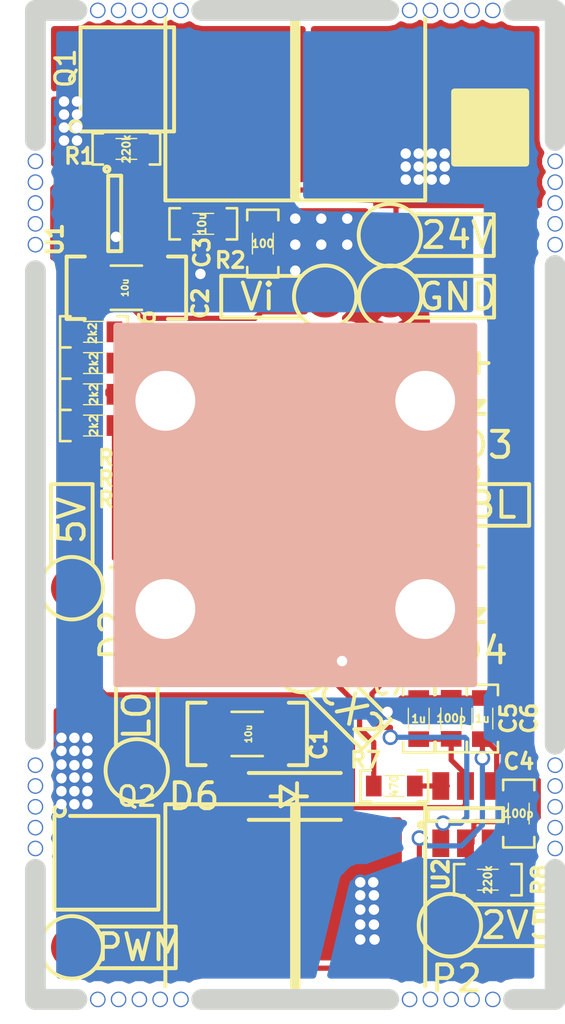
<source format=kicad_pcb>
(kicad_pcb (version 4) (host pcbnew 4.0.2+dfsg1-stable)

  (general
    (links 102)
    (no_connects 0)
    (area 59.599999 30.599999 80.400001 69.400001)
    (thickness 1.6)
    (drawings 14)
    (tracks 425)
    (zones 0)
    (modules 51)
    (nets 17)
  )

  (page A4)
  (layers
    (0 F.Cu signal)
    (31 B.Cu signal)
    (32 B.Adhes user)
    (33 F.Adhes user)
    (34 B.Paste user)
    (35 F.Paste user)
    (36 B.SilkS user)
    (37 F.SilkS user)
    (38 B.Mask user)
    (39 F.Mask user)
    (40 Dwgs.User user)
    (41 Cmts.User user)
    (42 Eco1.User user)
    (43 Eco2.User user)
    (44 Edge.Cuts user)
    (45 Margin user)
    (46 B.CrtYd user)
    (47 F.CrtYd user)
    (48 B.Fab user)
    (49 F.Fab user)
  )

  (setup
    (last_trace_width 0.2)
    (user_trace_width 0.2)
    (user_trace_width 1.8)
    (trace_clearance 0.2)
    (zone_clearance 0.2)
    (zone_45_only no)
    (trace_min 0.2)
    (segment_width 0.2)
    (edge_width 0.15)
    (via_size 0.6)
    (via_drill 0.4)
    (via_min_size 0.4)
    (via_min_drill 0.3)
    (uvia_size 0.3)
    (uvia_drill 0.1)
    (uvias_allowed no)
    (uvia_min_size 0.2)
    (uvia_min_drill 0.1)
    (pcb_text_width 0.3)
    (pcb_text_size 1.5 1.5)
    (mod_edge_width 0.15)
    (mod_text_size 1 1)
    (mod_text_width 0.15)
    (pad_size 1.6 1.6)
    (pad_drill 0)
    (pad_to_mask_clearance 0.1)
    (aux_axis_origin 0 0)
    (visible_elements FFFFFF7F)
    (pcbplotparams
      (layerselection 0x00030_80000001)
      (usegerberextensions false)
      (excludeedgelayer true)
      (linewidth 0.100000)
      (plotframeref false)
      (viasonmask false)
      (mode 1)
      (useauxorigin false)
      (hpglpennumber 1)
      (hpglpenspeed 20)
      (hpglpendiameter 15)
      (hpglpenoverlay 2)
      (psnegative false)
      (psa4output false)
      (plotreference true)
      (plotvalue true)
      (plotinvisibletext false)
      (padsonsilk false)
      (subtractmaskfromsilk false)
      (outputformat 1)
      (mirror false)
      (drillshape 1)
      (scaleselection 1)
      (outputdirectory ""))
  )

  (net 0 "")
  (net 1 GND)
  (net 2 +24V)
  (net 3 /Vi)
  (net 4 +5V)
  (net 5 +2V5)
  (net 6 /LD1)
  (net 7 /BL)
  (net 8 /LD2)
  (net 9 /LD3)
  (net 10 /LD4)
  (net 11 /PWRm)
  (net 12 /LOAD)
  (net 13 PWM)
  (net 14 /CX)
  (net 15 /Touch)
  (net 16 "Net-(U1-Pad2)")

  (net_class Default "This is the default net class."
    (clearance 0.2)
    (trace_width 0.2)
    (via_dia 0.6)
    (via_drill 0.4)
    (uvia_dia 0.3)
    (uvia_drill 0.1)
    (add_net +24V)
    (add_net +2V5)
    (add_net +5V)
    (add_net /BL)
    (add_net /CX)
    (add_net /LD1)
    (add_net /LD2)
    (add_net /LD3)
    (add_net /LD4)
    (add_net /LOAD)
    (add_net /PWRm)
    (add_net /Touch)
    (add_net /Vi)
    (add_net GND)
    (add_net "Net-(U1-Pad2)")
    (add_net PWM)
  )

  (module mhstuff:manufacturing-breakaway2 (layer F.Cu) (tedit 57225E03) (tstamp 586F28C6)
    (at 76 69 180)
    (fp_text reference REF** (at 0 2 180) (layer F.SilkS) hide
      (effects (font (size 1 1) (thickness 0.15)))
    )
    (fp_text value manufacturing-breakaway (at -0.25 -3.1 180) (layer F.Fab) hide
      (effects (font (size 1 1) (thickness 0.15)))
    )
    (pad "" np_thru_hole circle (at 0 0 180) (size 0.6 0.6) (drill 0.5) (layers *.Cu))
    (pad "" np_thru_hole circle (at 0.8 0 180) (size 0.6 0.6) (drill 0.5) (layers *.Cu))
    (pad "" np_thru_hole circle (at -0.8 0 180) (size 0.6 0.6) (drill 0.5) (layers *.Cu))
    (pad "" np_thru_hole circle (at 1.6 0 180) (size 0.6 0.6) (drill 0.5) (layers *.Cu))
    (pad "" np_thru_hole circle (at -1.6 0 180) (size 0.6 0.6) (drill 0.5) (layers *.Cu))
  )

  (module mhstuff:manufacturing-breakaway2 (layer F.Cu) (tedit 57225E03) (tstamp 586F28BD)
    (at 64 69 180)
    (fp_text reference REF** (at 0 2 180) (layer F.SilkS) hide
      (effects (font (size 1 1) (thickness 0.15)))
    )
    (fp_text value manufacturing-breakaway (at -0.25 -3.1 180) (layer F.Fab) hide
      (effects (font (size 1 1) (thickness 0.15)))
    )
    (pad "" np_thru_hole circle (at 0 0 180) (size 0.6 0.6) (drill 0.5) (layers *.Cu))
    (pad "" np_thru_hole circle (at 0.8 0 180) (size 0.6 0.6) (drill 0.5) (layers *.Cu))
    (pad "" np_thru_hole circle (at -0.8 0 180) (size 0.6 0.6) (drill 0.5) (layers *.Cu))
    (pad "" np_thru_hole circle (at 1.6 0 180) (size 0.6 0.6) (drill 0.5) (layers *.Cu))
    (pad "" np_thru_hole circle (at -1.6 0 180) (size 0.6 0.6) (drill 0.5) (layers *.Cu))
  )

  (module mhstuff:manufacturing-breakaway2 (layer F.Cu) (tedit 57225E03) (tstamp 586F2886)
    (at 80 61.6 90)
    (fp_text reference REF** (at 0 2 90) (layer F.SilkS) hide
      (effects (font (size 1 1) (thickness 0.15)))
    )
    (fp_text value manufacturing-breakaway (at -0.25 -3.1 90) (layer F.Fab) hide
      (effects (font (size 1 1) (thickness 0.15)))
    )
    (pad "" np_thru_hole circle (at 0 0 90) (size 0.6 0.6) (drill 0.5) (layers *.Cu))
    (pad "" np_thru_hole circle (at 0.8 0 90) (size 0.6 0.6) (drill 0.5) (layers *.Cu))
    (pad "" np_thru_hole circle (at -0.8 0 90) (size 0.6 0.6) (drill 0.5) (layers *.Cu))
    (pad "" np_thru_hole circle (at 1.6 0 90) (size 0.6 0.6) (drill 0.5) (layers *.Cu))
    (pad "" np_thru_hole circle (at -1.6 0 90) (size 0.6 0.6) (drill 0.5) (layers *.Cu))
  )

  (module mhstuff:manufacturing-breakaway2 (layer F.Cu) (tedit 57225E03) (tstamp 586F287D)
    (at 60 61.6 90)
    (fp_text reference REF** (at 0 2 90) (layer F.SilkS) hide
      (effects (font (size 1 1) (thickness 0.15)))
    )
    (fp_text value manufacturing-breakaway (at -0.25 -3.1 90) (layer F.Fab) hide
      (effects (font (size 1 1) (thickness 0.15)))
    )
    (pad "" np_thru_hole circle (at 0 0 90) (size 0.6 0.6) (drill 0.5) (layers *.Cu))
    (pad "" np_thru_hole circle (at 0.8 0 90) (size 0.6 0.6) (drill 0.5) (layers *.Cu))
    (pad "" np_thru_hole circle (at -0.8 0 90) (size 0.6 0.6) (drill 0.5) (layers *.Cu))
    (pad "" np_thru_hole circle (at 1.6 0 90) (size 0.6 0.6) (drill 0.5) (layers *.Cu))
    (pad "" np_thru_hole circle (at -1.6 0 90) (size 0.6 0.6) (drill 0.5) (layers *.Cu))
  )

  (module mhstuff:manufacturing-breakaway2 (layer F.Cu) (tedit 57225E03) (tstamp 586F2865)
    (at 80 38.4 270)
    (fp_text reference REF** (at 0 2 270) (layer F.SilkS) hide
      (effects (font (size 1 1) (thickness 0.15)))
    )
    (fp_text value manufacturing-breakaway (at -0.25 -3.1 270) (layer F.Fab) hide
      (effects (font (size 1 1) (thickness 0.15)))
    )
    (pad "" np_thru_hole circle (at 0 0 270) (size 0.6 0.6) (drill 0.5) (layers *.Cu))
    (pad "" np_thru_hole circle (at 0.8 0 270) (size 0.6 0.6) (drill 0.5) (layers *.Cu))
    (pad "" np_thru_hole circle (at -0.8 0 270) (size 0.6 0.6) (drill 0.5) (layers *.Cu))
    (pad "" np_thru_hole circle (at 1.6 0 270) (size 0.6 0.6) (drill 0.5) (layers *.Cu))
    (pad "" np_thru_hole circle (at -1.6 0 270) (size 0.6 0.6) (drill 0.5) (layers *.Cu))
  )

  (module mhstuff:manufacturing-breakaway2 (layer F.Cu) (tedit 57225E03) (tstamp 586F282D)
    (at 60 38.4 270)
    (fp_text reference REF** (at 0 2 270) (layer F.SilkS) hide
      (effects (font (size 1 1) (thickness 0.15)))
    )
    (fp_text value manufacturing-breakaway (at -0.25 -3.1 270) (layer F.Fab) hide
      (effects (font (size 1 1) (thickness 0.15)))
    )
    (pad "" np_thru_hole circle (at 0 0 270) (size 0.6 0.6) (drill 0.5) (layers *.Cu))
    (pad "" np_thru_hole circle (at 0.8 0 270) (size 0.6 0.6) (drill 0.5) (layers *.Cu))
    (pad "" np_thru_hole circle (at -0.8 0 270) (size 0.6 0.6) (drill 0.5) (layers *.Cu))
    (pad "" np_thru_hole circle (at 1.6 0 270) (size 0.6 0.6) (drill 0.5) (layers *.Cu))
    (pad "" np_thru_hole circle (at -1.6 0 270) (size 0.6 0.6) (drill 0.5) (layers *.Cu))
  )

  (module mhstuff:manufacturing-breakaway2 (layer F.Cu) (tedit 57225E03) (tstamp 586F27FA)
    (at 64 31 180)
    (fp_text reference REF** (at 0 2 180) (layer F.SilkS) hide
      (effects (font (size 1 1) (thickness 0.15)))
    )
    (fp_text value manufacturing-breakaway (at -0.25 -3.1 180) (layer F.Fab) hide
      (effects (font (size 1 1) (thickness 0.15)))
    )
    (pad "" np_thru_hole circle (at 0 0 180) (size 0.6 0.6) (drill 0.5) (layers *.Cu))
    (pad "" np_thru_hole circle (at 0.8 0 180) (size 0.6 0.6) (drill 0.5) (layers *.Cu))
    (pad "" np_thru_hole circle (at -0.8 0 180) (size 0.6 0.6) (drill 0.5) (layers *.Cu))
    (pad "" np_thru_hole circle (at 1.6 0 180) (size 0.6 0.6) (drill 0.5) (layers *.Cu))
    (pad "" np_thru_hole circle (at -1.6 0 180) (size 0.6 0.6) (drill 0.5) (layers *.Cu))
  )

  (module TO_SOT_Packages_SMD:SOT-23-5 (layer F.Cu) (tedit 5866BEB0) (tstamp 586697E1)
    (at 63.05 38.8)
    (descr "5-pin SOT23 package")
    (tags SOT-23-5)
    (path /585E4B7B)
    (attr smd)
    (fp_text reference U1 (at -2.3 1 90) (layer F.SilkS)
      (effects (font (size 0.6 0.6) (thickness 0.15)))
    )
    (fp_text value TPS7B6950 (at -0.05 2.35) (layer F.Fab)
      (effects (font (size 1 1) (thickness 0.15)))
    )
    (fp_line (start -1.8 -1.6) (end 1.8 -1.6) (layer F.CrtYd) (width 0.05))
    (fp_line (start 1.8 -1.6) (end 1.8 1.6) (layer F.CrtYd) (width 0.05))
    (fp_line (start 1.8 1.6) (end -1.8 1.6) (layer F.CrtYd) (width 0.05))
    (fp_line (start -1.8 1.6) (end -1.8 -1.6) (layer F.CrtYd) (width 0.05))
    (fp_circle (center -0.3 -1.7) (end -0.2 -1.7) (layer F.SilkS) (width 0.15))
    (fp_line (start 0.25 -1.45) (end -0.25 -1.45) (layer F.SilkS) (width 0.15))
    (fp_line (start 0.25 1.45) (end 0.25 -1.45) (layer F.SilkS) (width 0.15))
    (fp_line (start -0.25 1.45) (end 0.25 1.45) (layer F.SilkS) (width 0.15))
    (fp_line (start -0.25 -1.45) (end -0.25 1.45) (layer F.SilkS) (width 0.15))
    (pad 1 smd rect (at -1.1 -0.95) (size 1.06 0.65) (layers F.Cu F.Paste F.Mask)
      (net 3 /Vi))
    (pad 2 smd rect (at -1.1 0) (size 1.06 0.65) (layers F.Cu F.Paste F.Mask)
      (net 16 "Net-(U1-Pad2)"))
    (pad 3 smd rect (at -1.1 0.95) (size 1.06 0.65) (layers F.Cu F.Paste F.Mask)
      (net 1 GND))
    (pad 4 smd rect (at 1.1 0.95) (size 1.06 0.65) (layers F.Cu F.Paste F.Mask)
      (net 1 GND))
    (pad 5 smd rect (at 1.1 -0.95) (size 1.06 0.65) (layers F.Cu F.Paste F.Mask)
      (net 4 +5V))
    (model TO_SOT_Packages_SMD.3dshapes/SOT-23-5.wrl
      (at (xyz 0 0 0))
      (scale (xyz 1 1 1))
      (rotate (xyz 0 0 0))
    )
  )

  (module pogo:RECP_709150001050006 (layer F.Cu) (tedit 5866A5BF) (tstamp 586697F9)
    (at 73.64 39.635)
    (path /58670110)
    (fp_text reference W1 (at 0 2.1) (layer F.Fab)
      (effects (font (size 1 1) (thickness 0.15)))
    )
    (fp_text value 24V (at 2.6 0) (layer F.SilkS)
      (effects (font (size 1 1) (thickness 0.15)))
    )
    (fp_line (start 4 0.8) (end 0.9 0.8) (layer F.SilkS) (width 0.15))
    (fp_line (start 4 -0.8) (end 4 0.8) (layer F.SilkS) (width 0.15))
    (fp_line (start 0.9 -0.8) (end 4 -0.8) (layer F.SilkS) (width 0.15))
    (fp_circle (center 0 0) (end 1.2 0) (layer F.SilkS) (width 0.15))
    (pad 1 smd circle (at 0 0) (size 1.6 1.6) (layers F.Cu F.Mask)
      (net 2 +24V))
  )

  (module kicap_rescap:SMD-C-0603 (layer F.Cu) (tedit 53B5B9DC) (tstamp 58669641)
    (at 66.46006 39.2 180)
    (descr "SMD RESISTOR - 0603")
    (tags "SMD RESISTOR - 0603")
    (path /585E8FD4)
    (attr smd)
    (fp_text reference C3 (at 0.05 -1.1 270) (layer F.SilkS)
      (effects (font (size 0.59944 0.59944) (thickness 0.13)))
    )
    (fp_text value 10u (at 0.05 0 270) (layer F.SilkS)
      (effects (font (size 0.29972 0.29972) (thickness 0.07493)))
    )
    (fp_line (start -1.30048 0.59944) (end -0.89916 0.59944) (layer F.SilkS) (width 0.09906))
    (fp_line (start -1.30048 -0.59944) (end -0.89916 -0.59944) (layer F.SilkS) (width 0.09906))
    (fp_line (start 1.30048 0.59944) (end 0.89916 0.59944) (layer F.SilkS) (width 0.09906))
    (fp_line (start -0.39878 0.39972) (end 0.39878 0.39972) (layer F.SilkS) (width 0.0508))
    (fp_line (start -0.39878 -0.39972) (end 0.39878 -0.39972) (layer F.SilkS) (width 0.0508))
    (fp_line (start 1.30048 -0.59944) (end 1.30048 0.59944) (layer F.SilkS) (width 0.09906))
    (fp_line (start 1.30048 -0.59944) (end 0.89916 -0.59944) (layer F.SilkS) (width 0.09906))
    (fp_line (start -1.30048 -0.59944) (end -1.30048 0.59944) (layer F.SilkS) (width 0.09906))
    (pad 1 smd rect (at -0.78994 0 180) (size 0.59944 0.79756) (layers F.Cu F.Paste F.Mask)
      (net 4 +5V))
    (pad 2 smd rect (at 0.78994 0 180) (size 0.59944 0.79756) (layers F.Cu F.Paste F.Mask)
      (net 1 GND))
    (model smd/Capacitors/C0603.wrl
      (at (xyz 0 0 0))
      (scale (xyz 0.45 0.35 0.5))
      (rotate (xyz 0 0 0))
    )
  )

  (module pogo:RECP_709150001050006 (layer F.Cu) (tedit 5866A5C3) (tstamp 58669841)
    (at 72 45 270)
    (path /5866B019)
    (fp_text reference W9 (at 0 2.1 270) (layer F.Fab)
      (effects (font (size 1 1) (thickness 0.15)))
    )
    (fp_text value LD3 (at 2.6 0 270) (layer F.SilkS)
      (effects (font (size 1 1) (thickness 0.15)))
    )
    (fp_line (start 4 0.8) (end 0.9 0.8) (layer F.SilkS) (width 0.15))
    (fp_line (start 4 -0.8) (end 4 0.8) (layer F.SilkS) (width 0.15))
    (fp_line (start 0.9 -0.8) (end 4 -0.8) (layer F.SilkS) (width 0.15))
    (fp_circle (center 0 0) (end 1.2 0) (layer F.SilkS) (width 0.15))
    (pad 1 smd circle (at 0 0 270) (size 1.6 1.6) (layers F.Cu F.Mask)
      (net 9 /LD3))
  )

  (module kicap_rescap:SMD-R-0603 (layer F.Cu) (tedit 53B5B9B2) (tstamp 586697A0)
    (at 62.25 44.55)
    (descr "SMD RESISTOR - 0603")
    (tags "SMD RESISTOR - 0603")
    (path /5865BC03)
    (attr smd)
    (fp_text reference R5 (at 0.75 3.65 180) (layer F.SilkS)
      (effects (font (size 0.59944 0.59944) (thickness 0.13)))
    )
    (fp_text value 2k2 (at 0 0 90) (layer F.SilkS)
      (effects (font (size 0.29972 0.29972) (thickness 0.07493)))
    )
    (fp_line (start -1.30048 0.59944) (end -0.89916 0.59944) (layer F.SilkS) (width 0.09906))
    (fp_line (start -1.30048 -0.59944) (end -0.89916 -0.59944) (layer F.SilkS) (width 0.09906))
    (fp_line (start 1.30048 0.59944) (end 0.89916 0.59944) (layer F.SilkS) (width 0.09906))
    (fp_line (start -0.39878 0.39972) (end 0.39878 0.39972) (layer F.SilkS) (width 0.0508))
    (fp_line (start -0.39878 -0.39972) (end 0.39878 -0.39972) (layer F.SilkS) (width 0.0508))
    (fp_line (start 1.30048 -0.59944) (end 1.30048 0.59944) (layer F.SilkS) (width 0.09906))
    (fp_line (start 1.30048 -0.59944) (end 0.89916 -0.59944) (layer F.SilkS) (width 0.09906))
    (fp_line (start -1.30048 -0.59944) (end -1.30048 0.59944) (layer F.SilkS) (width 0.09906))
    (pad 1 smd rect (at -0.78994 0) (size 0.59944 0.79756) (layers F.Cu F.Paste F.Mask)
      (net 4 +5V))
    (pad 2 smd rect (at 0.78994 0) (size 0.59944 0.79756) (layers F.Cu F.Paste F.Mask)
      (net 9 /LD3))
    (model smd/resistors/R0603/R0603.wrl
      (at (xyz 0 0 0))
      (scale (xyz 0.45 0.35 0.5))
      (rotate (xyz 0 0 0))
    )
  )

  (module mhstuff:solder_cable_2 (layer F.Cu) (tedit 5866C109) (tstamp 5866970A)
    (at 70 34.8 270)
    (path /585E627B)
    (fp_text reference P1 (at 4.3 0 360) (layer F.SilkS) hide
      (effects (font (size 1 1) (thickness 0.15)))
    )
    (fp_text value SolderCable (at 5 0 360) (layer F.Fab) hide
      (effects (font (size 1 1) (thickness 0.15)))
    )
    (fp_line (start -3.5 0) (end 3.375 0) (layer F.SilkS) (width 0.4))
    (fp_line (start 3.5 5) (end -3.5 5) (layer F.SilkS) (width 0.15))
    (fp_line (start 3.5 -5) (end 3.5 5) (layer F.SilkS) (width 0.15))
    (fp_line (start -3.5 -5) (end 3.5 -5) (layer F.SilkS) (width 0.15))
    (pad 1 connect rect (at 0 -2.5 270) (size 5 3) (layers F.Cu F.Mask)
      (net 2 +24V))
    (pad 2 connect rect (at 0 2.5 270) (size 5 3) (layers F.Cu F.Mask)
      (net 11 /PWRm))
  )

  (module pogo:RECP_709150001050006 (layer F.Cu) (tedit 586763F1) (tstamp 58669838)
    (at 73.65 42)
    (path /586667D9)
    (fp_text reference W8 (at 0 2.1) (layer F.Fab)
      (effects (font (size 1 1) (thickness 0.15)))
    )
    (fp_text value GND (at 2.6 0) (layer F.SilkS)
      (effects (font (size 1 1) (thickness 0.15)))
    )
    (fp_line (start 4 0.8) (end 0.9 0.8) (layer F.SilkS) (width 0.15))
    (fp_line (start 4 -0.8) (end 4 0.8) (layer F.SilkS) (width 0.15))
    (fp_line (start 0.9 -0.8) (end 4 -0.8) (layer F.SilkS) (width 0.15))
    (fp_circle (center 0 0) (end 1.2 0) (layer F.SilkS) (width 0.15))
    (pad 1 smd circle (at 0 0) (size 1.6 1.6) (layers F.Cu F.Mask)
      (net 1 GND) (zone_connect 1) (thermal_width 0.6) (thermal_gap 0.2))
  )

  (module pogo:RECP_709150001050006 (layer F.Cu) (tedit 5866A5AB) (tstamp 58669826)
    (at 75.95 66.15)
    (path /5866724E)
    (fp_text reference W6 (at 0 2.1) (layer F.Fab)
      (effects (font (size 1 1) (thickness 0.15)))
    )
    (fp_text value 2V5 (at 2.6 0) (layer F.SilkS)
      (effects (font (size 1 1) (thickness 0.15)))
    )
    (fp_line (start 4 0.8) (end 0.9 0.8) (layer F.SilkS) (width 0.15))
    (fp_line (start 4 -0.8) (end 4 0.8) (layer F.SilkS) (width 0.15))
    (fp_line (start 0.9 -0.8) (end 4 -0.8) (layer F.SilkS) (width 0.15))
    (fp_circle (center 0 0) (end 1.2 0) (layer F.SilkS) (width 0.15))
    (pad 1 smd circle (at 0 0) (size 1.6 1.6) (layers F.Cu F.Mask)
      (net 5 +2V5))
  )

  (module kicap_rescap:SMD-C-1206 (layer F.Cu) (tedit 53B5BACF) (tstamp 58669625)
    (at 68.15 58.8 180)
    (tags 0805)
    (path /585E7186)
    (fp_text reference C1 (at -2.75 -0.4 270) (layer F.SilkS)
      (effects (font (size 0.6 0.6) (thickness 0.14)))
    )
    (fp_text value 10u (at -0.05 0 270) (layer F.SilkS)
      (effects (font (size 0.25 0.25) (thickness 0.0625)))
    )
    (fp_line (start 1.6 1.2) (end 2.3 1.2) (layer F.SilkS) (width 0.15))
    (fp_line (start 2.3 1.2) (end 2.3 -1.2) (layer F.SilkS) (width 0.15))
    (fp_line (start 2.3 -1.2) (end 1.6 -1.2) (layer F.SilkS) (width 0.15))
    (fp_line (start -1.6 -1.2) (end -2.3 -1.2) (layer F.SilkS) (width 0.15))
    (fp_line (start -2.3 -1.2) (end -2.3 1.2) (layer F.SilkS) (width 0.15))
    (fp_line (start -2.3 1.2) (end -1.6 1.2) (layer F.SilkS) (width 0.15))
    (fp_line (start -0.6 0.85) (end 0.6 0.85) (layer F.SilkS) (width 0.1))
    (fp_line (start -0.6 -0.85) (end 0.6 -0.85) (layer F.SilkS) (width 0.1))
    (pad 2 smd rect (at 1.375 0) (size 1.25 1.75) (layers F.Cu F.Paste F.Mask)
      (net 1 GND))
    (pad 1 smd rect (at -1.375 0) (size 1.25 1.75) (layers F.Cu F.Paste F.Mask)
      (net 2 +24V))
    (model smd/Capacitors/c_1206.wrl
      (at (xyz 0 0 0))
      (scale (xyz 1 1 1))
      (rotate (xyz 0 0 0))
    )
  )

  (module kicap_rescap:SMD-C-1206 (layer F.Cu) (tedit 53B5BACF) (tstamp 58669633)
    (at 63.5 41.656)
    (tags 0805)
    (path /585E90A6)
    (fp_text reference C2 (at 2.85 0.6 90) (layer F.SilkS)
      (effects (font (size 0.6 0.6) (thickness 0.14)))
    )
    (fp_text value 10u (at -0.05 0 90) (layer F.SilkS)
      (effects (font (size 0.25 0.25) (thickness 0.0625)))
    )
    (fp_line (start 1.6 1.2) (end 2.3 1.2) (layer F.SilkS) (width 0.15))
    (fp_line (start 2.3 1.2) (end 2.3 -1.2) (layer F.SilkS) (width 0.15))
    (fp_line (start 2.3 -1.2) (end 1.6 -1.2) (layer F.SilkS) (width 0.15))
    (fp_line (start -1.6 -1.2) (end -2.3 -1.2) (layer F.SilkS) (width 0.15))
    (fp_line (start -2.3 -1.2) (end -2.3 1.2) (layer F.SilkS) (width 0.15))
    (fp_line (start -2.3 1.2) (end -1.6 1.2) (layer F.SilkS) (width 0.15))
    (fp_line (start -0.6 0.85) (end 0.6 0.85) (layer F.SilkS) (width 0.1))
    (fp_line (start -0.6 -0.85) (end 0.6 -0.85) (layer F.SilkS) (width 0.1))
    (pad 2 smd rect (at 1.375 0 180) (size 1.25 1.75) (layers F.Cu F.Paste F.Mask)
      (net 1 GND))
    (pad 1 smd rect (at -1.375 0 180) (size 1.25 1.75) (layers F.Cu F.Paste F.Mask)
      (net 3 /Vi))
    (model smd/Capacitors/c_1206.wrl
      (at (xyz 0 0 0))
      (scale (xyz 1 1 1))
      (rotate (xyz 0 0 0))
    )
  )

  (module kicap_rescap:SMD-C-0603 (layer F.Cu) (tedit 53B5B9DC) (tstamp 5866964F)
    (at 78.6 61.86006 270)
    (descr "SMD RESISTOR - 0603")
    (tags "SMD RESISTOR - 0603")
    (path /585EA564)
    (attr smd)
    (fp_text reference C4 (at -2 0 360) (layer F.SilkS)
      (effects (font (size 0.59944 0.59944) (thickness 0.13)))
    )
    (fp_text value 100p (at 0 0 360) (layer F.SilkS)
      (effects (font (size 0.29972 0.29972) (thickness 0.07493)))
    )
    (fp_line (start -1.30048 0.59944) (end -0.89916 0.59944) (layer F.SilkS) (width 0.09906))
    (fp_line (start -1.30048 -0.59944) (end -0.89916 -0.59944) (layer F.SilkS) (width 0.09906))
    (fp_line (start 1.30048 0.59944) (end 0.89916 0.59944) (layer F.SilkS) (width 0.09906))
    (fp_line (start -0.39878 0.39972) (end 0.39878 0.39972) (layer F.SilkS) (width 0.0508))
    (fp_line (start -0.39878 -0.39972) (end 0.39878 -0.39972) (layer F.SilkS) (width 0.0508))
    (fp_line (start 1.30048 -0.59944) (end 1.30048 0.59944) (layer F.SilkS) (width 0.09906))
    (fp_line (start 1.30048 -0.59944) (end 0.89916 -0.59944) (layer F.SilkS) (width 0.09906))
    (fp_line (start -1.30048 -0.59944) (end -1.30048 0.59944) (layer F.SilkS) (width 0.09906))
    (pad 1 smd rect (at -0.78994 0 270) (size 0.59944 0.79756) (layers F.Cu F.Paste F.Mask)
      (net 5 +2V5))
    (pad 2 smd rect (at 0.78994 0 270) (size 0.59944 0.79756) (layers F.Cu F.Paste F.Mask)
      (net 1 GND))
    (model smd/Capacitors/C0603.wrl
      (at (xyz 0 0 0))
      (scale (xyz 0.45 0.35 0.5))
      (rotate (xyz 0 0 0))
    )
  )

  (module kicap_rescap:SMD-C-0603 (layer F.Cu) (tedit 53B5B9DC) (tstamp 5866965D)
    (at 76 58.2 90)
    (descr "SMD RESISTOR - 0603")
    (tags "SMD RESISTOR - 0603")
    (path /585EAD9D)
    (attr smd)
    (fp_text reference C5 (at 0 2.2 270) (layer F.SilkS)
      (effects (font (size 0.59944 0.59944) (thickness 0.13)))
    )
    (fp_text value 100p (at 0 0 180) (layer F.SilkS)
      (effects (font (size 0.29972 0.29972) (thickness 0.07493)))
    )
    (fp_line (start -1.30048 0.59944) (end -0.89916 0.59944) (layer F.SilkS) (width 0.09906))
    (fp_line (start -1.30048 -0.59944) (end -0.89916 -0.59944) (layer F.SilkS) (width 0.09906))
    (fp_line (start 1.30048 0.59944) (end 0.89916 0.59944) (layer F.SilkS) (width 0.09906))
    (fp_line (start -0.39878 0.39972) (end 0.39878 0.39972) (layer F.SilkS) (width 0.0508))
    (fp_line (start -0.39878 -0.39972) (end 0.39878 -0.39972) (layer F.SilkS) (width 0.0508))
    (fp_line (start 1.30048 -0.59944) (end 1.30048 0.59944) (layer F.SilkS) (width 0.09906))
    (fp_line (start 1.30048 -0.59944) (end 0.89916 -0.59944) (layer F.SilkS) (width 0.09906))
    (fp_line (start -1.30048 -0.59944) (end -1.30048 0.59944) (layer F.SilkS) (width 0.09906))
    (pad 1 smd rect (at -0.78994 0 90) (size 0.59944 0.79756) (layers F.Cu F.Paste F.Mask)
      (net 4 +5V))
    (pad 2 smd rect (at 0.78994 0 90) (size 0.59944 0.79756) (layers F.Cu F.Paste F.Mask)
      (net 1 GND))
    (model smd/Capacitors/C0603.wrl
      (at (xyz 0 0 0))
      (scale (xyz 0.45 0.35 0.5))
      (rotate (xyz 0 0 0))
    )
  )

  (module kicap_rescap:SMD-C-0603 (layer F.Cu) (tedit 53B5B9DC) (tstamp 5866966B)
    (at 77.2 58.21006 90)
    (descr "SMD RESISTOR - 0603")
    (tags "SMD RESISTOR - 0603")
    (path /585EA349)
    (attr smd)
    (fp_text reference C6 (at 0.01006 1.8 270) (layer F.SilkS)
      (effects (font (size 0.59944 0.59944) (thickness 0.13)))
    )
    (fp_text value 1u (at 0 0 180) (layer F.SilkS)
      (effects (font (size 0.29972 0.29972) (thickness 0.07493)))
    )
    (fp_line (start -1.30048 0.59944) (end -0.89916 0.59944) (layer F.SilkS) (width 0.09906))
    (fp_line (start -1.30048 -0.59944) (end -0.89916 -0.59944) (layer F.SilkS) (width 0.09906))
    (fp_line (start 1.30048 0.59944) (end 0.89916 0.59944) (layer F.SilkS) (width 0.09906))
    (fp_line (start -0.39878 0.39972) (end 0.39878 0.39972) (layer F.SilkS) (width 0.0508))
    (fp_line (start -0.39878 -0.39972) (end 0.39878 -0.39972) (layer F.SilkS) (width 0.0508))
    (fp_line (start 1.30048 -0.59944) (end 1.30048 0.59944) (layer F.SilkS) (width 0.09906))
    (fp_line (start 1.30048 -0.59944) (end 0.89916 -0.59944) (layer F.SilkS) (width 0.09906))
    (fp_line (start -1.30048 -0.59944) (end -1.30048 0.59944) (layer F.SilkS) (width 0.09906))
    (pad 1 smd rect (at -0.78994 0 90) (size 0.59944 0.79756) (layers F.Cu F.Paste F.Mask)
      (net 5 +2V5))
    (pad 2 smd rect (at 0.78994 0 90) (size 0.59944 0.79756) (layers F.Cu F.Paste F.Mask)
      (net 1 GND))
    (model smd/Capacitors/C0603.wrl
      (at (xyz 0 0 0))
      (scale (xyz 0.45 0.35 0.5))
      (rotate (xyz 0 0 0))
    )
  )

  (module kicap_rescap:SMD-C-0603 (layer F.Cu) (tedit 53B5B9DC) (tstamp 58669679)
    (at 74.75 58.21006 90)
    (descr "SMD RESISTOR - 0603")
    (tags "SMD RESISTOR - 0603")
    (path /585EADF2)
    (attr smd)
    (fp_text reference C7 (at 1.21006 -1.15 360) (layer F.SilkS)
      (effects (font (size 0.59944 0.59944) (thickness 0.13)))
    )
    (fp_text value 1u (at -0.01006 0 180) (layer F.SilkS)
      (effects (font (size 0.29972 0.29972) (thickness 0.07493)))
    )
    (fp_line (start -1.30048 0.59944) (end -0.89916 0.59944) (layer F.SilkS) (width 0.09906))
    (fp_line (start -1.30048 -0.59944) (end -0.89916 -0.59944) (layer F.SilkS) (width 0.09906))
    (fp_line (start 1.30048 0.59944) (end 0.89916 0.59944) (layer F.SilkS) (width 0.09906))
    (fp_line (start -0.39878 0.39972) (end 0.39878 0.39972) (layer F.SilkS) (width 0.0508))
    (fp_line (start -0.39878 -0.39972) (end 0.39878 -0.39972) (layer F.SilkS) (width 0.0508))
    (fp_line (start 1.30048 -0.59944) (end 1.30048 0.59944) (layer F.SilkS) (width 0.09906))
    (fp_line (start 1.30048 -0.59944) (end 0.89916 -0.59944) (layer F.SilkS) (width 0.09906))
    (fp_line (start -1.30048 -0.59944) (end -1.30048 0.59944) (layer F.SilkS) (width 0.09906))
    (pad 1 smd rect (at -0.78994 0 90) (size 0.59944 0.79756) (layers F.Cu F.Paste F.Mask)
      (net 4 +5V))
    (pad 2 smd rect (at 0.78994 0 90) (size 0.59944 0.79756) (layers F.Cu F.Paste F.Mask)
      (net 1 GND))
    (model smd/Capacitors/C0603.wrl
      (at (xyz 0 0 0))
      (scale (xyz 0.45 0.35 0.5))
      (rotate (xyz 0 0 0))
    )
  )

  (module LEDs:LED_1206_revmnt (layer F.Cu) (tedit 5865C0D6) (tstamp 58669691)
    (at 65 46 90)
    (descr "LED 1206 smd package")
    (tags "LED1206 SMD")
    (path /5865BA24)
    (attr smd)
    (fp_text reference D1 (at -3.2 0 180) (layer F.SilkS)
      (effects (font (size 1 1) (thickness 0.15)))
    )
    (fp_text value LED (at 0 2 90) (layer F.Fab)
      (effects (font (size 1 1) (thickness 0.15)))
    )
    (fp_text user + (at 1.3 1.8 90) (layer F.SilkS)
      (effects (font (size 1 1) (thickness 0.15)))
    )
    (fp_line (start -2.15 1.05) (end 1.45 1.05) (layer F.SilkS) (width 0.15))
    (fp_line (start -2.15 -1.05) (end 1.45 -1.05) (layer F.SilkS) (width 0.15))
    (fp_line (start -0.1 1.5) (end -0.1 2.1) (layer F.SilkS) (width 0.15))
    (fp_line (start -0.1 2.1) (end -0.4 1.8) (layer F.SilkS) (width 0.15))
    (fp_line (start -0.4 1.8) (end -0.2 1.6) (layer F.SilkS) (width 0.15))
    (fp_line (start -0.2 1.6) (end -0.2 1.85) (layer F.SilkS) (width 0.15))
    (fp_line (start -0.2 1.85) (end -0.25 1.8) (layer F.SilkS) (width 0.15))
    (fp_line (start -0.5 1.3) (end -0.5 2.3) (layer F.SilkS) (width 0.15))
    (fp_line (start 0 1.8) (end 0.5 1.8) (layer F.SilkS) (width 0.15))
    (fp_line (start -0.5 1.8) (end 0 1.3) (layer F.SilkS) (width 0.15))
    (fp_line (start 0 1.3) (end 0 2.3) (layer F.SilkS) (width 0.15))
    (fp_line (start 0 2.3) (end -0.5 1.8) (layer F.SilkS) (width 0.15))
    (fp_line (start 2.5 -1.25) (end -2.5 -1.25) (layer F.CrtYd) (width 0.05))
    (fp_line (start -2.5 -1.25) (end -2.5 1.25) (layer F.CrtYd) (width 0.05))
    (fp_line (start -2.5 1.25) (end 2.5 1.25) (layer F.CrtYd) (width 0.05))
    (fp_line (start 2.5 1.25) (end 2.5 -1.25) (layer F.CrtYd) (width 0.05))
    (pad 2 smd rect (at 1.65 0 270) (size 0.8 1.7) (layers F.Cu F.Paste F.Mask)
      (net 6 /LD1))
    (pad 1 smd rect (at -1.65 0 270) (size 0.8 1.7) (layers F.Cu F.Paste F.Mask)
      (net 7 /BL))
    (pad "" np_thru_hole circle (at 0 0 270) (size 2.3 2.3) (drill 2.3) (layers *.Cu *.Mask))
    (model LEDs.3dshapes/LED_1206.wrl
      (at (xyz 0 0 0))
      (scale (xyz 1 1 1))
      (rotate (xyz 0 0 180))
    )
  )

  (module LEDs:LED_1206_revmnt (layer F.Cu) (tedit 5865C0D6) (tstamp 586696A9)
    (at 65 54 90)
    (descr "LED 1206 smd package")
    (tags "LED1206 SMD")
    (path /5865B86E)
    (attr smd)
    (fp_text reference D2 (at -1 -2 90) (layer F.SilkS)
      (effects (font (size 1 1) (thickness 0.15)))
    )
    (fp_text value LED (at 0 2 90) (layer F.Fab)
      (effects (font (size 1 1) (thickness 0.15)))
    )
    (fp_text user + (at 1.6 -1.8 90) (layer F.SilkS)
      (effects (font (size 1 1) (thickness 0.15)))
    )
    (fp_line (start -2.15 1.05) (end 1.45 1.05) (layer F.SilkS) (width 0.15))
    (fp_line (start -2.15 -1.05) (end 1.45 -1.05) (layer F.SilkS) (width 0.15))
    (fp_line (start -0.1 1.5) (end -0.1 2.1) (layer F.SilkS) (width 0.15))
    (fp_line (start -0.1 2.1) (end -0.4 1.8) (layer F.SilkS) (width 0.15))
    (fp_line (start -0.4 1.8) (end -0.2 1.6) (layer F.SilkS) (width 0.15))
    (fp_line (start -0.2 1.6) (end -0.2 1.85) (layer F.SilkS) (width 0.15))
    (fp_line (start -0.2 1.85) (end -0.25 1.8) (layer F.SilkS) (width 0.15))
    (fp_line (start -0.5 1.3) (end -0.5 2.3) (layer F.SilkS) (width 0.15))
    (fp_line (start 0 1.8) (end 0.5 1.8) (layer F.SilkS) (width 0.15))
    (fp_line (start -0.5 1.8) (end 0 1.3) (layer F.SilkS) (width 0.15))
    (fp_line (start 0 1.3) (end 0 2.3) (layer F.SilkS) (width 0.15))
    (fp_line (start 0 2.3) (end -0.5 1.8) (layer F.SilkS) (width 0.15))
    (fp_line (start 2.5 -1.25) (end -2.5 -1.25) (layer F.CrtYd) (width 0.05))
    (fp_line (start -2.5 -1.25) (end -2.5 1.25) (layer F.CrtYd) (width 0.05))
    (fp_line (start -2.5 1.25) (end 2.5 1.25) (layer F.CrtYd) (width 0.05))
    (fp_line (start 2.5 1.25) (end 2.5 -1.25) (layer F.CrtYd) (width 0.05))
    (pad 2 smd rect (at 1.65 0 270) (size 0.8 1.7) (layers F.Cu F.Paste F.Mask)
      (net 8 /LD2))
    (pad 1 smd rect (at -1.65 0 270) (size 0.8 1.7) (layers F.Cu F.Paste F.Mask)
      (net 7 /BL))
    (pad "" np_thru_hole circle (at 0 0 270) (size 2.3 2.3) (drill 2.3) (layers *.Cu *.Mask))
    (model LEDs.3dshapes/LED_1206.wrl
      (at (xyz 0 0 0))
      (scale (xyz 1 1 1))
      (rotate (xyz 0 0 180))
    )
  )

  (module LEDs:LED_1206_revmnt (layer F.Cu) (tedit 5865C0D6) (tstamp 586696C1)
    (at 75 46 90)
    (descr "LED 1206 smd package")
    (tags "LED1206 SMD")
    (path /5865B911)
    (attr smd)
    (fp_text reference D3 (at -1.7 2.4 180) (layer F.SilkS)
      (effects (font (size 1 1) (thickness 0.15)))
    )
    (fp_text value LED (at 0 2 90) (layer F.Fab)
      (effects (font (size 1 1) (thickness 0.15)))
    )
    (fp_text user + (at 1.45 1.98 90) (layer F.SilkS)
      (effects (font (size 1 1) (thickness 0.15)))
    )
    (fp_line (start -2.15 1.05) (end 1.45 1.05) (layer F.SilkS) (width 0.15))
    (fp_line (start -2.15 -1.05) (end 1.45 -1.05) (layer F.SilkS) (width 0.15))
    (fp_line (start -0.1 1.5) (end -0.1 2.1) (layer F.SilkS) (width 0.15))
    (fp_line (start -0.1 2.1) (end -0.4 1.8) (layer F.SilkS) (width 0.15))
    (fp_line (start -0.4 1.8) (end -0.2 1.6) (layer F.SilkS) (width 0.15))
    (fp_line (start -0.2 1.6) (end -0.2 1.85) (layer F.SilkS) (width 0.15))
    (fp_line (start -0.2 1.85) (end -0.25 1.8) (layer F.SilkS) (width 0.15))
    (fp_line (start -0.5 1.3) (end -0.5 2.3) (layer F.SilkS) (width 0.15))
    (fp_line (start 0 1.8) (end 0.5 1.8) (layer F.SilkS) (width 0.15))
    (fp_line (start -0.5 1.8) (end 0 1.3) (layer F.SilkS) (width 0.15))
    (fp_line (start 0 1.3) (end 0 2.3) (layer F.SilkS) (width 0.15))
    (fp_line (start 0 2.3) (end -0.5 1.8) (layer F.SilkS) (width 0.15))
    (fp_line (start 2.5 -1.25) (end -2.5 -1.25) (layer F.CrtYd) (width 0.05))
    (fp_line (start -2.5 -1.25) (end -2.5 1.25) (layer F.CrtYd) (width 0.05))
    (fp_line (start -2.5 1.25) (end 2.5 1.25) (layer F.CrtYd) (width 0.05))
    (fp_line (start 2.5 1.25) (end 2.5 -1.25) (layer F.CrtYd) (width 0.05))
    (pad 2 smd rect (at 1.65 0 270) (size 0.8 1.7) (layers F.Cu F.Paste F.Mask)
      (net 9 /LD3))
    (pad 1 smd rect (at -1.65 0 270) (size 0.8 1.7) (layers F.Cu F.Paste F.Mask)
      (net 7 /BL))
    (pad "" np_thru_hole circle (at 0 0 270) (size 2.3 2.3) (drill 2.3) (layers *.Cu *.Mask))
    (model LEDs.3dshapes/LED_1206.wrl
      (at (xyz 0 0 0))
      (scale (xyz 1 1 1))
      (rotate (xyz 0 0 180))
    )
  )

  (module LEDs:LED_1206_revmnt (layer F.Cu) (tedit 5865C0D6) (tstamp 586696D9)
    (at 75 54 90)
    (descr "LED 1206 smd package")
    (tags "LED1206 SMD")
    (path /5865B970)
    (attr smd)
    (fp_text reference D4 (at -1.6 2.2 180) (layer F.SilkS)
      (effects (font (size 1 1) (thickness 0.15)))
    )
    (fp_text value LED (at 0 2 90) (layer F.Fab)
      (effects (font (size 1 1) (thickness 0.15)))
    )
    (fp_text user + (at 1.6 1.8 90) (layer F.SilkS)
      (effects (font (size 1 1) (thickness 0.15)))
    )
    (fp_line (start -2.15 1.05) (end 1.45 1.05) (layer F.SilkS) (width 0.15))
    (fp_line (start -2.15 -1.05) (end 1.45 -1.05) (layer F.SilkS) (width 0.15))
    (fp_line (start -0.1 1.5) (end -0.1 2.1) (layer F.SilkS) (width 0.15))
    (fp_line (start -0.1 2.1) (end -0.4 1.8) (layer F.SilkS) (width 0.15))
    (fp_line (start -0.4 1.8) (end -0.2 1.6) (layer F.SilkS) (width 0.15))
    (fp_line (start -0.2 1.6) (end -0.2 1.85) (layer F.SilkS) (width 0.15))
    (fp_line (start -0.2 1.85) (end -0.25 1.8) (layer F.SilkS) (width 0.15))
    (fp_line (start -0.5 1.3) (end -0.5 2.3) (layer F.SilkS) (width 0.15))
    (fp_line (start 0 1.8) (end 0.5 1.8) (layer F.SilkS) (width 0.15))
    (fp_line (start -0.5 1.8) (end 0 1.3) (layer F.SilkS) (width 0.15))
    (fp_line (start 0 1.3) (end 0 2.3) (layer F.SilkS) (width 0.15))
    (fp_line (start 0 2.3) (end -0.5 1.8) (layer F.SilkS) (width 0.15))
    (fp_line (start 2.5 -1.25) (end -2.5 -1.25) (layer F.CrtYd) (width 0.05))
    (fp_line (start -2.5 -1.25) (end -2.5 1.25) (layer F.CrtYd) (width 0.05))
    (fp_line (start -2.5 1.25) (end 2.5 1.25) (layer F.CrtYd) (width 0.05))
    (fp_line (start 2.5 1.25) (end 2.5 -1.25) (layer F.CrtYd) (width 0.05))
    (pad 2 smd rect (at 1.65 0 270) (size 0.8 1.7) (layers F.Cu F.Paste F.Mask)
      (net 10 /LD4))
    (pad 1 smd rect (at -1.65 0 270) (size 0.8 1.7) (layers F.Cu F.Paste F.Mask)
      (net 7 /BL))
    (pad "" np_thru_hole circle (at 0 0 270) (size 2.3 2.3) (drill 2.3) (layers *.Cu *.Mask))
    (model LEDs.3dshapes/LED_1206.wrl
      (at (xyz 0 0 0))
      (scale (xyz 1 1 1))
      (rotate (xyz 0 0 180))
    )
  )

  (module Diodes_SMD:SOD-123 (layer F.Cu) (tedit 586BDAA0) (tstamp 58669700)
    (at 69.75 61.2 180)
    (descr SOD-123)
    (tags SOD-123)
    (path /585EC6CE)
    (attr smd)
    (fp_text reference D6 (at 3.65 0 180) (layer F.SilkS)
      (effects (font (size 1 1) (thickness 0.15)))
    )
    (fp_text value PMEG6010 (at 0 2.1 180) (layer F.Fab) hide
      (effects (font (size 1 1) (thickness 0.15)))
    )
    (fp_line (start 0.3175 0) (end 0.6985 0) (layer F.SilkS) (width 0.15))
    (fp_line (start -0.6985 0) (end -0.3175 0) (layer F.SilkS) (width 0.15))
    (fp_line (start -0.3175 0) (end 0.3175 -0.381) (layer F.SilkS) (width 0.15))
    (fp_line (start 0.3175 -0.381) (end 0.3175 0.381) (layer F.SilkS) (width 0.15))
    (fp_line (start 0.3175 0.381) (end -0.3175 0) (layer F.SilkS) (width 0.15))
    (fp_line (start -0.3175 -0.508) (end -0.3175 0.508) (layer F.SilkS) (width 0.15))
    (fp_line (start -2.25 -1.05) (end 2.25 -1.05) (layer F.CrtYd) (width 0.05))
    (fp_line (start 2.25 -1.05) (end 2.25 1.05) (layer F.CrtYd) (width 0.05))
    (fp_line (start 2.25 1.05) (end -2.25 1.05) (layer F.CrtYd) (width 0.05))
    (fp_line (start -2.25 -1.05) (end -2.25 1.05) (layer F.CrtYd) (width 0.05))
    (fp_line (start -2 0.9) (end 1.54 0.9) (layer F.SilkS) (width 0.15))
    (fp_line (start -2 -0.9) (end 1.54 -0.9) (layer F.SilkS) (width 0.15))
    (pad 1 smd rect (at -1.635 0 180) (size 0.91 1.22) (layers F.Cu F.Paste F.Mask)
      (net 2 +24V))
    (pad 2 smd rect (at 1.635 0 180) (size 0.91 1.22) (layers F.Cu F.Paste F.Mask)
      (net 12 /LOAD))
  )

  (module mhstuff:solder_cable_2 (layer F.Cu) (tedit 5865D764) (tstamp 58669714)
    (at 70 65 90)
    (path /585E69D6)
    (fp_text reference P2 (at -3.2 6.2 180) (layer F.SilkS)
      (effects (font (size 1 1) (thickness 0.15)))
    )
    (fp_text value SolderCable (at 5 0 180) (layer F.Fab) hide
      (effects (font (size 1 1) (thickness 0.15)))
    )
    (fp_line (start -3.5 0) (end 3.375 0) (layer F.SilkS) (width 0.4))
    (fp_line (start 3.5 5) (end -3.5 5) (layer F.SilkS) (width 0.15))
    (fp_line (start 3.5 -5) (end 3.5 5) (layer F.SilkS) (width 0.15))
    (fp_line (start -3.5 -5) (end 3.5 -5) (layer F.SilkS) (width 0.15))
    (pad 1 connect rect (at 0 -2.5 90) (size 5 3) (layers F.Cu F.Mask)
      (net 12 /LOAD))
    (pad 2 connect rect (at 0 2.5 90) (size 5 3) (layers F.Cu F.Mask)
      (net 2 +24V))
  )

  (module mhstuff:WDFN8_3.3x3.3 (layer F.Cu) (tedit 585E5FF6) (tstamp 58669737)
    (at 63.536 33.4495)
    (path /58660B90)
    (fp_text reference Q1 (at -2.38 -0.2275 90) (layer F.SilkS)
      (effects (font (size 0.75 0.75) (thickness 0.125)))
    )
    (fp_text value NTTFS5820NLTAG (at 0 1) (layer F.Fab)
      (effects (font (size 0.3 0.3) (thickness 0.075)))
    )
    (fp_circle (center -2 2) (end -2 2.2) (layer F.Fab) (width 0.15))
    (fp_line (start 1.8 -1.8) (end -1.8 -1.8) (layer F.CrtYd) (width 0.05))
    (fp_line (start 1.8 2.2) (end 1.8 -1.8) (layer F.CrtYd) (width 0.05))
    (fp_line (start -1.8 2.2) (end 1.8 2.2) (layer F.CrtYd) (width 0.05))
    (fp_line (start -1.8 -1.8) (end -1.8 2.2) (layer F.CrtYd) (width 0.05))
    (fp_line (start 1.8 -1.8) (end 1.8 2.2) (layer F.SilkS) (width 0.15))
    (fp_line (start 1.8 2.2) (end -1.8 2.2) (layer F.SilkS) (width 0.15))
    (fp_line (start -1.8 1.6) (end -1.8 -1.8) (layer F.SilkS) (width 0.15))
    (fp_line (start -1.8 -1.8) (end 1.8 -1.8) (layer F.SilkS) (width 0.15))
    (fp_circle (center -2 2) (end -2.2 1.946554) (layer F.SilkS) (width 0.15))
    (pad 3 smd rect (at 1.385 0.1425 180) (size 0.55 0.42) (layers F.Cu F.Paste)
      (net 11 /PWRm))
    (pad 3 smd rect (at 0.61 0.0525 180) (size 1 1) (layers F.Cu F.Paste)
      (net 11 /PWRm))
    (pad 3 smd rect (at 0.98 -1.3325 180) (size 0.26 0.5) (layers F.Cu F.Paste)
      (net 11 /PWRm))
    (pad 3 smd rect (at 0.61 -0.8475 180) (size 1 0.47) (layers F.Cu F.Paste)
      (net 11 /PWRm))
    (pad 3 smd rect (at 0.34 -1.3325 180) (size 0.26 0.5) (layers F.Cu F.Paste)
      (net 11 /PWRm))
    (pad 3 smd rect (at -0.34 -1.3325) (size 0.26 0.5) (layers F.Cu F.Paste)
      (net 11 /PWRm))
    (pad 3 smd rect (at -0.61 -0.8475) (size 1 0.47) (layers F.Cu F.Paste)
      (net 11 /PWRm))
    (pad 3 smd rect (at 1.45 0.1325 180) (size 0.545 0.57) (layers F.Cu F.Mask)
      (net 11 /PWRm))
    (pad 2 smd rect (at 0.98 1.6025 180) (size 0.42 0.66) (layers F.Cu F.Paste F.Mask)
      (net 4 +5V))
    (pad 1 smd rect (at 0.33 1.6025 180) (size 0.42 0.66) (layers F.Cu F.Paste F.Mask)
      (net 1 GND))
    (pad 1 smd rect (at -0.32 1.6025 180) (size 0.42 0.66) (layers F.Cu F.Paste F.Mask)
      (net 1 GND))
    (pad 1 smd rect (at -0.97 1.6025 180) (size 0.42 0.66) (layers F.Cu F.Paste F.Mask)
      (net 1 GND))
    (pad 3 smd rect (at 0.98 -1.3375 180) (size 0.42 0.66) (layers F.Cu F.Mask)
      (net 11 /PWRm))
    (pad 3 smd rect (at 0.33 -1.3375 180) (size 0.42 0.66) (layers F.Cu F.Mask)
      (net 11 /PWRm))
    (pad 3 smd rect (at -0.32 -1.3375 180) (size 0.42 0.66) (layers F.Cu F.Mask)
      (net 11 /PWRm))
    (pad 3 smd rect (at -0.97 -1.3375 180) (size 0.42 0.66) (layers F.Cu F.Mask)
      (net 11 /PWRm))
    (pad 3 smd rect (at 0 -0.2875 180) (size 2.37 1.83) (layers F.Cu F.Mask)
      (net 11 /PWRm))
    (pad 3 smd rect (at -1.45 0.1325 180) (size 0.545 0.57) (layers F.Cu F.Mask)
      (net 11 /PWRm))
    (pad 3 smd rect (at -0.98 -1.3325) (size 0.26 0.5) (layers F.Cu F.Paste)
      (net 11 /PWRm))
    (pad 3 smd rect (at -0.61 0.0525 180) (size 1 1) (layers F.Cu F.Paste)
      (net 11 /PWRm))
    (pad 3 smd rect (at -1.385 0.1425 180) (size 0.55 0.42) (layers F.Cu F.Paste)
      (net 11 /PWRm))
  )

  (module mhstuff:WDFN8_3.3x3.3 (layer F.Cu) (tedit 585E5FF6) (tstamp 5866975A)
    (at 62.9325 63.75 270)
    (path /585E6881)
    (fp_text reference Q2 (at -2.55 -0.9675 360) (layer F.SilkS)
      (effects (font (size 0.75 0.75) (thickness 0.125)))
    )
    (fp_text value NTTFS5820NLTAG (at 0 1.0525 270) (layer F.Fab)
      (effects (font (size 0.3 0.3) (thickness 0.075)))
    )
    (fp_circle (center -2 2) (end -2 2.2) (layer F.Fab) (width 0.15))
    (fp_line (start 1.8 -1.8) (end -1.8 -1.8) (layer F.CrtYd) (width 0.05))
    (fp_line (start 1.8 2.2) (end 1.8 -1.8) (layer F.CrtYd) (width 0.05))
    (fp_line (start -1.8 2.2) (end 1.8 2.2) (layer F.CrtYd) (width 0.05))
    (fp_line (start -1.8 -1.8) (end -1.8 2.2) (layer F.CrtYd) (width 0.05))
    (fp_line (start 1.8 -1.8) (end 1.8 2.2) (layer F.SilkS) (width 0.15))
    (fp_line (start 1.8 2.2) (end -1.8 2.2) (layer F.SilkS) (width 0.15))
    (fp_line (start -1.8 1.6) (end -1.8 -1.8) (layer F.SilkS) (width 0.15))
    (fp_line (start -1.8 -1.8) (end 1.8 -1.8) (layer F.SilkS) (width 0.15))
    (fp_circle (center -2 2) (end -2.2 1.946554) (layer F.SilkS) (width 0.15))
    (pad 3 smd rect (at 1.385 0.1425 90) (size 0.55 0.42) (layers F.Cu F.Paste)
      (net 12 /LOAD))
    (pad 3 smd rect (at 0.61 0.0525 90) (size 1 1) (layers F.Cu F.Paste)
      (net 12 /LOAD))
    (pad 3 smd rect (at 0.98 -1.3325 90) (size 0.26 0.5) (layers F.Cu F.Paste)
      (net 12 /LOAD))
    (pad 3 smd rect (at 0.61 -0.8475 90) (size 1 0.47) (layers F.Cu F.Paste)
      (net 12 /LOAD))
    (pad 3 smd rect (at 0.34 -1.3325 90) (size 0.26 0.5) (layers F.Cu F.Paste)
      (net 12 /LOAD))
    (pad 3 smd rect (at -0.34 -1.3325 270) (size 0.26 0.5) (layers F.Cu F.Paste)
      (net 12 /LOAD))
    (pad 3 smd rect (at -0.61 -0.8475 270) (size 1 0.47) (layers F.Cu F.Paste)
      (net 12 /LOAD))
    (pad 3 smd rect (at 1.45 0.1325 90) (size 0.545 0.57) (layers F.Cu F.Mask)
      (net 12 /LOAD))
    (pad 2 smd rect (at 0.98 1.6025 90) (size 0.42 0.66) (layers F.Cu F.Paste F.Mask)
      (net 13 PWM))
    (pad 1 smd rect (at 0.33 1.6025 90) (size 0.42 0.66) (layers F.Cu F.Paste F.Mask)
      (net 1 GND))
    (pad 1 smd rect (at -0.32 1.6025 90) (size 0.42 0.66) (layers F.Cu F.Paste F.Mask)
      (net 1 GND))
    (pad 1 smd rect (at -0.97 1.6025 90) (size 0.42 0.66) (layers F.Cu F.Paste F.Mask)
      (net 1 GND))
    (pad 3 smd rect (at 0.98 -1.3375 90) (size 0.42 0.66) (layers F.Cu F.Mask)
      (net 12 /LOAD))
    (pad 3 smd rect (at 0.33 -1.3375 90) (size 0.42 0.66) (layers F.Cu F.Mask)
      (net 12 /LOAD))
    (pad 3 smd rect (at -0.32 -1.3375 90) (size 0.42 0.66) (layers F.Cu F.Mask)
      (net 12 /LOAD))
    (pad 3 smd rect (at -0.97 -1.3375 90) (size 0.42 0.66) (layers F.Cu F.Mask)
      (net 12 /LOAD))
    (pad 3 smd rect (at 0 -0.2875 90) (size 2.37 1.83) (layers F.Cu F.Mask)
      (net 12 /LOAD))
    (pad 3 smd rect (at -1.45 0.1325 90) (size 0.545 0.57) (layers F.Cu F.Mask)
      (net 12 /LOAD))
    (pad 3 smd rect (at -0.98 -1.3325 270) (size 0.26 0.5) (layers F.Cu F.Paste)
      (net 12 /LOAD))
    (pad 3 smd rect (at -0.61 0.0525 90) (size 1 1) (layers F.Cu F.Paste)
      (net 12 /LOAD))
    (pad 3 smd rect (at -1.385 0.1425 90) (size 0.55 0.42) (layers F.Cu F.Paste)
      (net 12 /LOAD))
  )

  (module kicap_rescap:SMD-R-0603 (layer F.Cu) (tedit 5867628B) (tstamp 58669768)
    (at 63.5 36.322 180)
    (descr "SMD RESISTOR - 0603")
    (tags "SMD RESISTOR - 0603")
    (path /585E8048)
    (attr smd)
    (fp_text reference R1 (at 1.8 -0.278 360) (layer F.SilkS)
      (effects (font (size 0.59944 0.59944) (thickness 0.13)))
    )
    (fp_text value 220k (at 0 0 270) (layer F.SilkS)
      (effects (font (size 0.29972 0.29972) (thickness 0.07493)))
    )
    (fp_line (start -1.30048 0.59944) (end -0.89916 0.59944) (layer F.SilkS) (width 0.09906))
    (fp_line (start -1.30048 -0.59944) (end -0.89916 -0.59944) (layer F.SilkS) (width 0.09906))
    (fp_line (start 1.30048 0.59944) (end 0.89916 0.59944) (layer F.SilkS) (width 0.09906))
    (fp_line (start -0.39878 0.39972) (end 0.39878 0.39972) (layer F.SilkS) (width 0.0508))
    (fp_line (start -0.39878 -0.39972) (end 0.39878 -0.39972) (layer F.SilkS) (width 0.0508))
    (fp_line (start 1.30048 -0.59944) (end 1.30048 0.59944) (layer F.SilkS) (width 0.09906))
    (fp_line (start 1.30048 -0.59944) (end 0.89916 -0.59944) (layer F.SilkS) (width 0.09906))
    (fp_line (start -1.30048 -0.59944) (end -1.30048 0.59944) (layer F.SilkS) (width 0.09906))
    (pad 1 smd rect (at -0.78994 0 180) (size 0.59944 0.79756) (layers F.Cu F.Paste F.Mask)
      (net 4 +5V))
    (pad 2 smd rect (at 0.78994 0 180) (size 0.59944 0.79756) (layers F.Cu F.Paste F.Mask)
      (net 1 GND) (zone_connect 1) (thermal_width 0.2) (thermal_gap 0.2))
    (model smd/resistors/R0603/R0603.wrl
      (at (xyz 0 0 0))
      (scale (xyz 0.45 0.35 0.5))
      (rotate (xyz 0 0 0))
    )
  )

  (module kicap_rescap:SMD-R-0603 (layer F.Cu) (tedit 53B5B9B2) (tstamp 58669776)
    (at 68.75 39.96006 90)
    (descr "SMD RESISTOR - 0603")
    (tags "SMD RESISTOR - 0603")
    (path /5865D480)
    (attr smd)
    (fp_text reference R2 (at -0.63994 -1.25 180) (layer F.SilkS)
      (effects (font (size 0.59944 0.59944) (thickness 0.13)))
    )
    (fp_text value 100 (at 0 0 180) (layer F.SilkS)
      (effects (font (size 0.29972 0.29972) (thickness 0.07493)))
    )
    (fp_line (start -1.30048 0.59944) (end -0.89916 0.59944) (layer F.SilkS) (width 0.09906))
    (fp_line (start -1.30048 -0.59944) (end -0.89916 -0.59944) (layer F.SilkS) (width 0.09906))
    (fp_line (start 1.30048 0.59944) (end 0.89916 0.59944) (layer F.SilkS) (width 0.09906))
    (fp_line (start -0.39878 0.39972) (end 0.39878 0.39972) (layer F.SilkS) (width 0.0508))
    (fp_line (start -0.39878 -0.39972) (end 0.39878 -0.39972) (layer F.SilkS) (width 0.0508))
    (fp_line (start 1.30048 -0.59944) (end 1.30048 0.59944) (layer F.SilkS) (width 0.09906))
    (fp_line (start 1.30048 -0.59944) (end 0.89916 -0.59944) (layer F.SilkS) (width 0.09906))
    (fp_line (start -1.30048 -0.59944) (end -1.30048 0.59944) (layer F.SilkS) (width 0.09906))
    (pad 1 smd rect (at -0.78994 0 90) (size 0.59944 0.79756) (layers F.Cu F.Paste F.Mask)
      (net 3 /Vi))
    (pad 2 smd rect (at 0.78994 0 90) (size 0.59944 0.79756) (layers F.Cu F.Paste F.Mask)
      (net 2 +24V))
    (model smd/resistors/R0603/R0603.wrl
      (at (xyz 0 0 0))
      (scale (xyz 0.45 0.35 0.5))
      (rotate (xyz 0 0 0))
    )
  )

  (module kicap_rescap:SMD-R-0603 (layer F.Cu) (tedit 53B5B9B2) (tstamp 58669784)
    (at 62.25 45.75)
    (descr "SMD RESISTOR - 0603")
    (tags "SMD RESISTOR - 0603")
    (path /5865BAC8)
    (attr smd)
    (fp_text reference R3 (at 0.75 3.25 180) (layer F.SilkS)
      (effects (font (size 0.59944 0.59944) (thickness 0.13)))
    )
    (fp_text value 2k2 (at 0 0 90) (layer F.SilkS)
      (effects (font (size 0.29972 0.29972) (thickness 0.07493)))
    )
    (fp_line (start -1.30048 0.59944) (end -0.89916 0.59944) (layer F.SilkS) (width 0.09906))
    (fp_line (start -1.30048 -0.59944) (end -0.89916 -0.59944) (layer F.SilkS) (width 0.09906))
    (fp_line (start 1.30048 0.59944) (end 0.89916 0.59944) (layer F.SilkS) (width 0.09906))
    (fp_line (start -0.39878 0.39972) (end 0.39878 0.39972) (layer F.SilkS) (width 0.0508))
    (fp_line (start -0.39878 -0.39972) (end 0.39878 -0.39972) (layer F.SilkS) (width 0.0508))
    (fp_line (start 1.30048 -0.59944) (end 1.30048 0.59944) (layer F.SilkS) (width 0.09906))
    (fp_line (start 1.30048 -0.59944) (end 0.89916 -0.59944) (layer F.SilkS) (width 0.09906))
    (fp_line (start -1.30048 -0.59944) (end -1.30048 0.59944) (layer F.SilkS) (width 0.09906))
    (pad 1 smd rect (at -0.78994 0) (size 0.59944 0.79756) (layers F.Cu F.Paste F.Mask)
      (net 4 +5V))
    (pad 2 smd rect (at 0.78994 0) (size 0.59944 0.79756) (layers F.Cu F.Paste F.Mask)
      (net 6 /LD1))
    (model smd/resistors/R0603/R0603.wrl
      (at (xyz 0 0 0))
      (scale (xyz 0.45 0.35 0.5))
      (rotate (xyz 0 0 0))
    )
  )

  (module kicap_rescap:SMD-R-0603 (layer F.Cu) (tedit 53B5B9B2) (tstamp 58669792)
    (at 62.25 46.95)
    (descr "SMD RESISTOR - 0603")
    (tags "SMD RESISTOR - 0603")
    (path /5865BB87)
    (attr smd)
    (fp_text reference R4 (at 0.75 2.85 180) (layer F.SilkS)
      (effects (font (size 0.59944 0.59944) (thickness 0.13)))
    )
    (fp_text value 2k2 (at 0 0 90) (layer F.SilkS)
      (effects (font (size 0.29972 0.29972) (thickness 0.07493)))
    )
    (fp_line (start -1.30048 0.59944) (end -0.89916 0.59944) (layer F.SilkS) (width 0.09906))
    (fp_line (start -1.30048 -0.59944) (end -0.89916 -0.59944) (layer F.SilkS) (width 0.09906))
    (fp_line (start 1.30048 0.59944) (end 0.89916 0.59944) (layer F.SilkS) (width 0.09906))
    (fp_line (start -0.39878 0.39972) (end 0.39878 0.39972) (layer F.SilkS) (width 0.0508))
    (fp_line (start -0.39878 -0.39972) (end 0.39878 -0.39972) (layer F.SilkS) (width 0.0508))
    (fp_line (start 1.30048 -0.59944) (end 1.30048 0.59944) (layer F.SilkS) (width 0.09906))
    (fp_line (start 1.30048 -0.59944) (end 0.89916 -0.59944) (layer F.SilkS) (width 0.09906))
    (fp_line (start -1.30048 -0.59944) (end -1.30048 0.59944) (layer F.SilkS) (width 0.09906))
    (pad 1 smd rect (at -0.78994 0) (size 0.59944 0.79756) (layers F.Cu F.Paste F.Mask)
      (net 4 +5V))
    (pad 2 smd rect (at 0.78994 0) (size 0.59944 0.79756) (layers F.Cu F.Paste F.Mask)
      (net 8 /LD2))
    (model smd/resistors/R0603/R0603.wrl
      (at (xyz 0 0 0))
      (scale (xyz 0.45 0.35 0.5))
      (rotate (xyz 0 0 0))
    )
  )

  (module kicap_rescap:SMD-R-0603 (layer F.Cu) (tedit 53B5B9B2) (tstamp 586697AE)
    (at 62.25 43.35)
    (descr "SMD RESISTOR - 0603")
    (tags "SMD RESISTOR - 0603")
    (path /5865BC71)
    (attr smd)
    (fp_text reference R6 (at 2.05 -0.25 90) (layer F.SilkS)
      (effects (font (size 0.59944 0.59944) (thickness 0.13)))
    )
    (fp_text value 2k2 (at -0.05 0.05 90) (layer F.SilkS)
      (effects (font (size 0.29972 0.29972) (thickness 0.07493)))
    )
    (fp_line (start -1.30048 0.59944) (end -0.89916 0.59944) (layer F.SilkS) (width 0.09906))
    (fp_line (start -1.30048 -0.59944) (end -0.89916 -0.59944) (layer F.SilkS) (width 0.09906))
    (fp_line (start 1.30048 0.59944) (end 0.89916 0.59944) (layer F.SilkS) (width 0.09906))
    (fp_line (start -0.39878 0.39972) (end 0.39878 0.39972) (layer F.SilkS) (width 0.0508))
    (fp_line (start -0.39878 -0.39972) (end 0.39878 -0.39972) (layer F.SilkS) (width 0.0508))
    (fp_line (start 1.30048 -0.59944) (end 1.30048 0.59944) (layer F.SilkS) (width 0.09906))
    (fp_line (start 1.30048 -0.59944) (end 0.89916 -0.59944) (layer F.SilkS) (width 0.09906))
    (fp_line (start -1.30048 -0.59944) (end -1.30048 0.59944) (layer F.SilkS) (width 0.09906))
    (pad 1 smd rect (at -0.78994 0) (size 0.59944 0.79756) (layers F.Cu F.Paste F.Mask)
      (net 4 +5V))
    (pad 2 smd rect (at 0.78994 0) (size 0.59944 0.79756) (layers F.Cu F.Paste F.Mask)
      (net 10 /LD4))
    (model smd/resistors/R0603/R0603.wrl
      (at (xyz 0 0 0))
      (scale (xyz 0.45 0.35 0.5))
      (rotate (xyz 0 0 0))
    )
  )

  (module kicap_rescap:SMD-R-0603 (layer F.Cu) (tedit 53B5B9B2) (tstamp 586697BC)
    (at 73.81006 60.8 180)
    (descr "SMD RESISTOR - 0603")
    (tags "SMD RESISTOR - 0603")
    (path /585EB459)
    (attr smd)
    (fp_text reference R7 (at 1.11006 1 360) (layer F.SilkS)
      (effects (font (size 0.59944 0.59944) (thickness 0.13)))
    )
    (fp_text value 470 (at 0 0 270) (layer F.SilkS)
      (effects (font (size 0.29972 0.29972) (thickness 0.07493)))
    )
    (fp_line (start -1.30048 0.59944) (end -0.89916 0.59944) (layer F.SilkS) (width 0.09906))
    (fp_line (start -1.30048 -0.59944) (end -0.89916 -0.59944) (layer F.SilkS) (width 0.09906))
    (fp_line (start 1.30048 0.59944) (end 0.89916 0.59944) (layer F.SilkS) (width 0.09906))
    (fp_line (start -0.39878 0.39972) (end 0.39878 0.39972) (layer F.SilkS) (width 0.0508))
    (fp_line (start -0.39878 -0.39972) (end 0.39878 -0.39972) (layer F.SilkS) (width 0.0508))
    (fp_line (start 1.30048 -0.59944) (end 1.30048 0.59944) (layer F.SilkS) (width 0.09906))
    (fp_line (start 1.30048 -0.59944) (end 0.89916 -0.59944) (layer F.SilkS) (width 0.09906))
    (fp_line (start -1.30048 -0.59944) (end -1.30048 0.59944) (layer F.SilkS) (width 0.09906))
    (pad 1 smd rect (at -0.78994 0 180) (size 0.59944 0.79756) (layers F.Cu F.Paste F.Mask)
      (net 14 /CX))
    (pad 2 smd rect (at 0.78994 0 180) (size 0.59944 0.79756) (layers F.Cu F.Paste F.Mask)
      (net 15 /Touch))
    (model smd/resistors/R0603/R0603.wrl
      (at (xyz 0 0 0))
      (scale (xyz 0.45 0.35 0.5))
      (rotate (xyz 0 0 0))
    )
  )

  (module kicap_rescap:SMD-R-0603 (layer F.Cu) (tedit 53B5B9B2) (tstamp 586697CA)
    (at 77.41006 64.4 180)
    (descr "SMD RESISTOR - 0603")
    (tags "SMD RESISTOR - 0603")
    (path /585E6D45)
    (attr smd)
    (fp_text reference R8 (at -2 0 270) (layer F.SilkS)
      (effects (font (size 0.59944 0.59944) (thickness 0.13)))
    )
    (fp_text value 220k (at 0 0 270) (layer F.SilkS)
      (effects (font (size 0.29972 0.29972) (thickness 0.07493)))
    )
    (fp_line (start -1.30048 0.59944) (end -0.89916 0.59944) (layer F.SilkS) (width 0.09906))
    (fp_line (start -1.30048 -0.59944) (end -0.89916 -0.59944) (layer F.SilkS) (width 0.09906))
    (fp_line (start 1.30048 0.59944) (end 0.89916 0.59944) (layer F.SilkS) (width 0.09906))
    (fp_line (start -0.39878 0.39972) (end 0.39878 0.39972) (layer F.SilkS) (width 0.0508))
    (fp_line (start -0.39878 -0.39972) (end 0.39878 -0.39972) (layer F.SilkS) (width 0.0508))
    (fp_line (start 1.30048 -0.59944) (end 1.30048 0.59944) (layer F.SilkS) (width 0.09906))
    (fp_line (start 1.30048 -0.59944) (end 0.89916 -0.59944) (layer F.SilkS) (width 0.09906))
    (fp_line (start -1.30048 -0.59944) (end -1.30048 0.59944) (layer F.SilkS) (width 0.09906))
    (pad 1 smd rect (at -0.78994 0 180) (size 0.59944 0.79756) (layers F.Cu F.Paste F.Mask)
      (net 13 PWM))
    (pad 2 smd rect (at 0.78994 0 180) (size 0.59944 0.79756) (layers F.Cu F.Paste F.Mask)
      (net 1 GND))
    (model smd/resistors/R0603/R0603.wrl
      (at (xyz 0 0 0))
      (scale (xyz 0.45 0.35 0.5))
      (rotate (xyz 0 0 0))
    )
  )

  (module TO_SOT_Packages_SMD:SOT-23-6 (layer F.Cu) (tedit 5866C151) (tstamp 586697F0)
    (at 76.55 61.9 90)
    (descr "6-pin SOT-23 package")
    (tags SOT-23-6)
    (path /5866207B)
    (attr smd)
    (fp_text reference U2 (at -2.3 -0.95 90) (layer F.SilkS)
      (effects (font (size 0.6 0.6) (thickness 0.15)))
    )
    (fp_text value IQS904D (at 0 2.9 90) (layer F.Fab)
      (effects (font (size 1 1) (thickness 0.15)))
    )
    (fp_circle (center -0.4 -1.7) (end -0.3 -1.7) (layer F.SilkS) (width 0.15))
    (fp_line (start 0.25 -1.45) (end -0.25 -1.45) (layer F.SilkS) (width 0.15))
    (fp_line (start 0.25 1.45) (end 0.25 -1.45) (layer F.SilkS) (width 0.15))
    (fp_line (start -0.25 1.45) (end 0.25 1.45) (layer F.SilkS) (width 0.15))
    (fp_line (start -0.25 -1.45) (end -0.25 1.45) (layer F.SilkS) (width 0.15))
    (pad 1 smd rect (at -1.1 -0.95 90) (size 1.06 0.65) (layers F.Cu F.Paste F.Mask)
      (net 7 /BL))
    (pad 2 smd rect (at -1.1 0 90) (size 1.06 0.65) (layers F.Cu F.Paste F.Mask)
      (net 1 GND))
    (pad 3 smd rect (at -1.1 0.95 90) (size 1.06 0.65) (layers F.Cu F.Paste F.Mask)
      (net 13 PWM))
    (pad 4 smd rect (at 1.1 0.95 90) (size 1.06 0.65) (layers F.Cu F.Paste F.Mask)
      (net 5 +2V5))
    (pad 6 smd rect (at 1.1 -0.95 90) (size 1.06 0.65) (layers F.Cu F.Paste F.Mask)
      (net 14 /CX))
    (pad 5 smd rect (at 1.1 0 90) (size 1.06 0.65) (layers F.Cu F.Paste F.Mask)
      (net 4 +5V))
    (model TO_SOT_Packages_SMD.3dshapes/SOT-23-6.wrl
      (at (xyz 0 0 0))
      (scale (xyz 1 1 1))
      (rotate (xyz 0 0 0))
    )
  )

  (module pogo:RECP_709150001050006 (layer F.Cu) (tedit 5866A5BB) (tstamp 58669802)
    (at 71.15 42 180)
    (path /58667FEE)
    (fp_text reference W2 (at 0 2.1 270) (layer F.Fab)
      (effects (font (size 1 1) (thickness 0.15)))
    )
    (fp_text value Vi (at 2.6 0 180) (layer F.SilkS)
      (effects (font (size 1 1) (thickness 0.15)))
    )
    (fp_line (start 4 0.8) (end 0.9 0.8) (layer F.SilkS) (width 0.15))
    (fp_line (start 4 -0.8) (end 4 0.8) (layer F.SilkS) (width 0.15))
    (fp_line (start 0.9 -0.8) (end 4 -0.8) (layer F.SilkS) (width 0.15))
    (fp_circle (center 0 0) (end 1.2 0) (layer F.SilkS) (width 0.15))
    (pad 1 smd circle (at 0 0 180) (size 1.6 1.6) (layers F.Cu F.Mask)
      (net 3 /Vi))
  )

  (module pogo:RECP_709150001050006 (layer F.Cu) (tedit 5866ABDE) (tstamp 5866980B)
    (at 75 50)
    (path /5866C211)
    (fp_text reference W3 (at 0 2.1) (layer F.Fab) hide
      (effects (font (size 1 1) (thickness 0.15)))
    )
    (fp_text value BL (at 2.6 0) (layer F.SilkS)
      (effects (font (size 1 1) (thickness 0.15)))
    )
    (fp_line (start 4 0.8) (end 0.9 0.8) (layer F.SilkS) (width 0.15))
    (fp_line (start 4 -0.8) (end 4 0.8) (layer F.SilkS) (width 0.15))
    (fp_line (start 0.9 -0.8) (end 4 -0.8) (layer F.SilkS) (width 0.15))
    (fp_circle (center 0 0) (end 1.2 0) (layer F.SilkS) (width 0.15))
    (pad 1 smd circle (at 0 0) (size 1.6 1.6) (layers F.Cu F.Mask)
      (net 7 /BL))
  )

  (module pogo:RECP_709150001050006 (layer F.Cu) (tedit 5866A5B7) (tstamp 5866981D)
    (at 69 45 270)
    (path /5866B424)
    (fp_text reference W5 (at 0 2.1 270) (layer F.Fab)
      (effects (font (size 1 1) (thickness 0.15)))
    )
    (fp_text value LD1 (at 2.6 0 270) (layer F.SilkS)
      (effects (font (size 1 1) (thickness 0.15)))
    )
    (fp_line (start 4 0.8) (end 0.9 0.8) (layer F.SilkS) (width 0.15))
    (fp_line (start 4 -0.8) (end 4 0.8) (layer F.SilkS) (width 0.15))
    (fp_line (start 0.9 -0.8) (end 4 -0.8) (layer F.SilkS) (width 0.15))
    (fp_circle (center 0 0) (end 1.2 0) (layer F.SilkS) (width 0.15))
    (pad 1 smd circle (at 0 0 270) (size 1.6 1.6) (layers F.Cu F.Mask)
      (net 6 /LD1))
  )

  (module pogo:RECP_709150001050006 (layer F.Cu) (tedit 5866A599) (tstamp 5866982F)
    (at 69 53 90)
    (path /5866B38A)
    (fp_text reference W7 (at 0 2.1 90) (layer F.Fab)
      (effects (font (size 1 1) (thickness 0.15)))
    )
    (fp_text value LD2 (at 2.6 0 90) (layer F.SilkS)
      (effects (font (size 1 1) (thickness 0.15)))
    )
    (fp_line (start 4 0.8) (end 0.9 0.8) (layer F.SilkS) (width 0.15))
    (fp_line (start 4 -0.8) (end 4 0.8) (layer F.SilkS) (width 0.15))
    (fp_line (start 0.9 -0.8) (end 4 -0.8) (layer F.SilkS) (width 0.15))
    (fp_circle (center 0 0) (end 1.2 0) (layer F.SilkS) (width 0.15))
    (pad 1 smd circle (at 0 0 90) (size 1.6 1.6) (layers F.Cu F.Mask)
      (net 8 /LD2))
  )

  (module pogo:RECP_709150001050006 (layer F.Cu) (tedit 5866A5AF) (tstamp 5866984A)
    (at 72 53 90)
    (path /5866ABE3)
    (fp_text reference W10 (at 0 2.1 90) (layer F.Fab)
      (effects (font (size 1 1) (thickness 0.15)))
    )
    (fp_text value LD4 (at 2.6 0 90) (layer F.SilkS)
      (effects (font (size 1 1) (thickness 0.15)))
    )
    (fp_line (start 4 0.8) (end 0.9 0.8) (layer F.SilkS) (width 0.15))
    (fp_line (start 4 -0.8) (end 4 0.8) (layer F.SilkS) (width 0.15))
    (fp_line (start 0.9 -0.8) (end 4 -0.8) (layer F.SilkS) (width 0.15))
    (fp_circle (center 0 0) (end 1.2 0) (layer F.SilkS) (width 0.15))
    (pad 1 smd circle (at 0 0 90) (size 1.6 1.6) (layers F.Cu F.Mask)
      (net 10 /LD4))
  )

  (module pogo:RECP_709150001050006 (layer F.Cu) (tedit 5866A59D) (tstamp 5866985C)
    (at 70.3 56 315)
    (path /58669C58)
    (fp_text reference W12 (at 0 -2.1 315) (layer F.Fab)
      (effects (font (size 1 1) (thickness 0.15)))
    )
    (fp_text value CX2 (at 2.6 0 315) (layer F.SilkS)
      (effects (font (size 1 1) (thickness 0.15)))
    )
    (fp_line (start 4 0.8) (end 0.9 0.8) (layer F.SilkS) (width 0.15))
    (fp_line (start 4 -0.8) (end 4 0.8) (layer F.SilkS) (width 0.15))
    (fp_line (start 0.9 -0.8) (end 4 -0.8) (layer F.SilkS) (width 0.15))
    (fp_circle (center 0 0) (end 1.2 0) (layer F.SilkS) (width 0.15))
    (pad 1 smd circle (at 0 0 315) (size 1.6 1.6) (layers F.Cu F.Mask)
      (net 15 /Touch))
  )

  (module pogo:RECP_709150001050006 (layer F.Cu) (tedit 5866A5CB) (tstamp 58669865)
    (at 61.4 67)
    (path /586689D0)
    (fp_text reference W13 (at 0 2.1) (layer F.Fab)
      (effects (font (size 1 1) (thickness 0.15)))
    )
    (fp_text value PWM (at 2.6 0) (layer F.SilkS)
      (effects (font (size 1 1) (thickness 0.15)))
    )
    (fp_line (start 4 0.8) (end 0.9 0.8) (layer F.SilkS) (width 0.15))
    (fp_line (start 4 -0.8) (end 4 0.8) (layer F.SilkS) (width 0.15))
    (fp_line (start 0.9 -0.8) (end 4 -0.8) (layer F.SilkS) (width 0.15))
    (fp_circle (center 0 0) (end 1.2 0) (layer F.SilkS) (width 0.15))
    (pad 1 smd circle (at 0 0) (size 1.6 1.6) (layers F.Cu F.Mask)
      (net 13 PWM))
  )

  (module pogo:RECP_709150001050006 (layer F.Cu) (tedit 5866A5A7) (tstamp 5866986E)
    (at 63.9 60.2 90)
    (path /58670549)
    (fp_text reference W14 (at 0 2.1 90) (layer F.Fab)
      (effects (font (size 1 1) (thickness 0.15)))
    )
    (fp_text value LOD (at 2.6 0 90) (layer F.SilkS)
      (effects (font (size 1 1) (thickness 0.15)))
    )
    (fp_line (start 4 0.8) (end 0.9 0.8) (layer F.SilkS) (width 0.15))
    (fp_line (start 4 -0.8) (end 4 0.8) (layer F.SilkS) (width 0.15))
    (fp_line (start 0.9 -0.8) (end 4 -0.8) (layer F.SilkS) (width 0.15))
    (fp_circle (center 0 0) (end 1.2 0) (layer F.SilkS) (width 0.15))
    (pad 1 smd circle (at 0 0 90) (size 1.6 1.6) (layers F.Cu F.Mask)
      (net 12 /LOAD))
  )

  (module pogo:RECP_709150001050006 (layer F.Cu) (tedit 5866A549) (tstamp 5866AB81)
    (at 61.4 53.2 90)
    (path /586672D0)
    (fp_text reference W4 (at 0 2.1 90) (layer F.Fab)
      (effects (font (size 1 1) (thickness 0.15)))
    )
    (fp_text value 5V (at 2.6 0 90) (layer F.SilkS)
      (effects (font (size 1 1) (thickness 0.15)))
    )
    (fp_line (start 4 0.8) (end 0.9 0.8) (layer F.SilkS) (width 0.15))
    (fp_line (start 4 -0.8) (end 4 0.8) (layer F.SilkS) (width 0.15))
    (fp_line (start 0.9 -0.8) (end 4 -0.8) (layer F.SilkS) (width 0.15))
    (fp_circle (center 0 0) (end 1.2 0) (layer F.SilkS) (width 0.15))
    (pad 1 smd circle (at 0 0 90) (size 1.6 1.6) (layers F.Cu F.Mask)
      (net 4 +5V))
  )

  (module kicap_rescap:SMD-C-0603 (layer F.Cu) (tedit 53B5B9DC) (tstamp 5866C0AE)
    (at 66.9 48.11006 270)
    (descr "SMD RESISTOR - 0603")
    (tags "SMD RESISTOR - 0603")
    (path /5866EDFE)
    (attr smd)
    (fp_text reference C8 (at 1.88994 0 360) (layer F.SilkS)
      (effects (font (size 0.59944 0.59944) (thickness 0.13)))
    )
    (fp_text value 10n (at 0 0 360) (layer F.SilkS)
      (effects (font (size 0.29972 0.29972) (thickness 0.07493)))
    )
    (fp_line (start -1.30048 0.59944) (end -0.89916 0.59944) (layer F.SilkS) (width 0.09906))
    (fp_line (start -1.30048 -0.59944) (end -0.89916 -0.59944) (layer F.SilkS) (width 0.09906))
    (fp_line (start 1.30048 0.59944) (end 0.89916 0.59944) (layer F.SilkS) (width 0.09906))
    (fp_line (start -0.39878 0.39972) (end 0.39878 0.39972) (layer F.SilkS) (width 0.0508))
    (fp_line (start -0.39878 -0.39972) (end 0.39878 -0.39972) (layer F.SilkS) (width 0.0508))
    (fp_line (start 1.30048 -0.59944) (end 1.30048 0.59944) (layer F.SilkS) (width 0.09906))
    (fp_line (start 1.30048 -0.59944) (end 0.89916 -0.59944) (layer F.SilkS) (width 0.09906))
    (fp_line (start -1.30048 -0.59944) (end -1.30048 0.59944) (layer F.SilkS) (width 0.09906))
    (pad 1 smd rect (at -0.78994 0 270) (size 0.59944 0.79756) (layers F.Cu F.Paste F.Mask)
      (net 6 /LD1))
    (pad 2 smd rect (at 0.78994 0 270) (size 0.59944 0.79756) (layers F.Cu F.Paste F.Mask)
      (net 7 /BL))
    (model smd/Capacitors/C0603.wrl
      (at (xyz 0 0 0))
      (scale (xyz 0.45 0.35 0.5))
      (rotate (xyz 0 0 0))
    )
  )

  (module kicap_rescap:SMD-C-0603 (layer F.Cu) (tedit 53B5B9DC) (tstamp 5866C0BC)
    (at 66.9 52.88994 270)
    (descr "SMD RESISTOR - 0603")
    (tags "SMD RESISTOR - 0603")
    (path /5866E15B)
    (attr smd)
    (fp_text reference C9 (at -2 0 360) (layer F.SilkS)
      (effects (font (size 0.59944 0.59944) (thickness 0.13)))
    )
    (fp_text value 10n (at 0 0 360) (layer F.SilkS)
      (effects (font (size 0.29972 0.29972) (thickness 0.07493)))
    )
    (fp_line (start -1.30048 0.59944) (end -0.89916 0.59944) (layer F.SilkS) (width 0.09906))
    (fp_line (start -1.30048 -0.59944) (end -0.89916 -0.59944) (layer F.SilkS) (width 0.09906))
    (fp_line (start 1.30048 0.59944) (end 0.89916 0.59944) (layer F.SilkS) (width 0.09906))
    (fp_line (start -0.39878 0.39972) (end 0.39878 0.39972) (layer F.SilkS) (width 0.0508))
    (fp_line (start -0.39878 -0.39972) (end 0.39878 -0.39972) (layer F.SilkS) (width 0.0508))
    (fp_line (start 1.30048 -0.59944) (end 1.30048 0.59944) (layer F.SilkS) (width 0.09906))
    (fp_line (start 1.30048 -0.59944) (end 0.89916 -0.59944) (layer F.SilkS) (width 0.09906))
    (fp_line (start -1.30048 -0.59944) (end -1.30048 0.59944) (layer F.SilkS) (width 0.09906))
    (pad 1 smd rect (at -0.78994 0 270) (size 0.59944 0.79756) (layers F.Cu F.Paste F.Mask)
      (net 8 /LD2))
    (pad 2 smd rect (at 0.78994 0 270) (size 0.59944 0.79756) (layers F.Cu F.Paste F.Mask)
      (net 7 /BL))
    (model smd/Capacitors/C0603.wrl
      (at (xyz 0 0 0))
      (scale (xyz 0.45 0.35 0.5))
      (rotate (xyz 0 0 0))
    )
  )

  (module kicap_rescap:SMD-C-0603 (layer F.Cu) (tedit 53B5B9DC) (tstamp 5866C0CA)
    (at 73.2 47.81006 270)
    (descr "SMD RESISTOR - 0603")
    (tags "SMD RESISTOR - 0603")
    (path /5866CF2F)
    (attr smd)
    (fp_text reference C10 (at 0.98994 -3.1 360) (layer F.SilkS)
      (effects (font (size 0.59944 0.59944) (thickness 0.13)))
    )
    (fp_text value 10n (at 0 0 360) (layer F.SilkS)
      (effects (font (size 0.29972 0.29972) (thickness 0.07493)))
    )
    (fp_line (start -1.30048 0.59944) (end -0.89916 0.59944) (layer F.SilkS) (width 0.09906))
    (fp_line (start -1.30048 -0.59944) (end -0.89916 -0.59944) (layer F.SilkS) (width 0.09906))
    (fp_line (start 1.30048 0.59944) (end 0.89916 0.59944) (layer F.SilkS) (width 0.09906))
    (fp_line (start -0.39878 0.39972) (end 0.39878 0.39972) (layer F.SilkS) (width 0.0508))
    (fp_line (start -0.39878 -0.39972) (end 0.39878 -0.39972) (layer F.SilkS) (width 0.0508))
    (fp_line (start 1.30048 -0.59944) (end 1.30048 0.59944) (layer F.SilkS) (width 0.09906))
    (fp_line (start 1.30048 -0.59944) (end 0.89916 -0.59944) (layer F.SilkS) (width 0.09906))
    (fp_line (start -1.30048 -0.59944) (end -1.30048 0.59944) (layer F.SilkS) (width 0.09906))
    (pad 1 smd rect (at -0.78994 0 270) (size 0.59944 0.79756) (layers F.Cu F.Paste F.Mask)
      (net 9 /LD3))
    (pad 2 smd rect (at 0.78994 0 270) (size 0.59944 0.79756) (layers F.Cu F.Paste F.Mask)
      (net 7 /BL))
    (model smd/Capacitors/C0603.wrl
      (at (xyz 0 0 0))
      (scale (xyz 0.45 0.35 0.5))
      (rotate (xyz 0 0 0))
    )
  )

  (module kicap_rescap:SMD-C-0603 (layer F.Cu) (tedit 53B5B9DC) (tstamp 5866C0D8)
    (at 73.2 50.81006 270)
    (descr "SMD RESISTOR - 0603")
    (tags "SMD RESISTOR - 0603")
    (path /5866BF00)
    (attr smd)
    (fp_text reference C11 (at 0.48994 -3.1 360) (layer F.SilkS)
      (effects (font (size 0.59944 0.59944) (thickness 0.13)))
    )
    (fp_text value 10n (at 0 0 360) (layer F.SilkS)
      (effects (font (size 0.29972 0.29972) (thickness 0.07493)))
    )
    (fp_line (start -1.30048 0.59944) (end -0.89916 0.59944) (layer F.SilkS) (width 0.09906))
    (fp_line (start -1.30048 -0.59944) (end -0.89916 -0.59944) (layer F.SilkS) (width 0.09906))
    (fp_line (start 1.30048 0.59944) (end 0.89916 0.59944) (layer F.SilkS) (width 0.09906))
    (fp_line (start -0.39878 0.39972) (end 0.39878 0.39972) (layer F.SilkS) (width 0.0508))
    (fp_line (start -0.39878 -0.39972) (end 0.39878 -0.39972) (layer F.SilkS) (width 0.0508))
    (fp_line (start 1.30048 -0.59944) (end 1.30048 0.59944) (layer F.SilkS) (width 0.09906))
    (fp_line (start 1.30048 -0.59944) (end 0.89916 -0.59944) (layer F.SilkS) (width 0.09906))
    (fp_line (start -1.30048 -0.59944) (end -1.30048 0.59944) (layer F.SilkS) (width 0.09906))
    (pad 1 smd rect (at -0.78994 0 270) (size 0.59944 0.79756) (layers F.Cu F.Paste F.Mask)
      (net 10 /LD4))
    (pad 2 smd rect (at 0.78994 0 270) (size 0.59944 0.79756) (layers F.Cu F.Paste F.Mask)
      (net 7 /BL))
    (model smd/Capacitors/C0603.wrl
      (at (xyz 0 0 0))
      (scale (xyz 0.45 0.35 0.5))
      (rotate (xyz 0 0 0))
    )
  )

  (module mhstuff:manufacturing-breakaway2 (layer F.Cu) (tedit 57225E03) (tstamp 586F27DA)
    (at 76 31 180)
    (fp_text reference REF** (at 0 2 180) (layer F.SilkS) hide
      (effects (font (size 1 1) (thickness 0.15)))
    )
    (fp_text value manufacturing-breakaway (at -0.25 -3.1 180) (layer F.Fab) hide
      (effects (font (size 1 1) (thickness 0.15)))
    )
    (pad "" np_thru_hole circle (at 0 0 180) (size 0.6 0.6) (drill 0.5) (layers *.Cu))
    (pad "" np_thru_hole circle (at 0.8 0 180) (size 0.6 0.6) (drill 0.5) (layers *.Cu))
    (pad "" np_thru_hole circle (at -0.8 0 180) (size 0.6 0.6) (drill 0.5) (layers *.Cu))
    (pad "" np_thru_hole circle (at 1.6 0 180) (size 0.6 0.6) (drill 0.5) (layers *.Cu))
    (pad "" np_thru_hole circle (at -1.6 0 180) (size 0.6 0.6) (drill 0.5) (layers *.Cu))
  )

  (gr_text "rc0   Jan. 2017" (at 78.6 47.4 90) (layer F.Cu)
    (effects (font (size 1 1) (thickness 0.25)))
  )
  (gr_text QC (at 77 33) (layer F.Mask)
    (effects (font (size 1.5 1.5) (thickness 0.3)))
  )
  (gr_line (start 78.4 69) (end 80 69) (angle 90) (layer Edge.Cuts) (width 0.8) (tstamp 586F28CE))
  (gr_line (start 66.4 69) (end 73.6 69) (angle 90) (layer Edge.Cuts) (width 0.8) (tstamp 586F28C5))
  (gr_line (start 60 69) (end 61.6 69) (angle 90) (layer Edge.Cuts) (width 0.8) (tstamp 586F28BC))
  (gr_line (start 80 69) (end 80 64) (angle 90) (layer Edge.Cuts) (width 0.8) (tstamp 586F288E))
  (gr_line (start 60 69) (end 60 64) (angle 90) (layer Edge.Cuts) (width 0.8) (tstamp 586F2885))
  (gr_line (start 80 31) (end 80 36) (angle 90) (layer Edge.Cuts) (width 0.8) (tstamp 586F286D))
  (gr_line (start 60 31) (end 60 36) (angle 90) (layer Edge.Cuts) (width 0.8) (tstamp 586F2823))
  (gr_line (start 66.4 31) (end 73.6 31) (angle 90) (layer Edge.Cuts) (width 0.8) (tstamp 586F2804))
  (gr_line (start 60 31) (end 61.6 31) (angle 90) (layer Edge.Cuts) (width 0.8) (tstamp 586F27F8))
  (gr_line (start 78.4 31) (end 80 31) (angle 90) (layer Edge.Cuts) (width 0.8))
  (gr_line (start 80 59.2) (end 80 40.8) (angle 90) (layer Edge.Cuts) (width 0.8))
  (gr_line (start 60 41) (end 60 59) (angle 90) (layer Edge.Cuts) (width 0.8))

  (segment (start 64.875 41.656) (end 65.819 41.656) (width 0.2) (layer F.Cu) (net 1))
  (segment (start 65.819 41.656) (end 66.35 41.125) (width 0.2) (layer F.Cu) (net 1))
  (via (at 66.35 41.125) (size 0.6) (drill 0.4) (layers F.Cu B.Cu) (net 1))
  (segment (start 64.15 39.75) (end 64.15 40.931) (width 0.2) (layer F.Cu) (net 1))
  (segment (start 64.15 40.931) (end 64.875 41.656) (width 0.2) (layer F.Cu) (net 1))
  (segment (start 63.1 39.7) (end 62 39.7) (width 0.2) (layer F.Cu) (net 1))
  (segment (start 62 39.7) (end 61.95 39.75) (width 0.2) (layer F.Cu) (net 1))
  (segment (start 61.6 36) (end 61.6 38.2) (width 0.2) (layer B.Cu) (net 1))
  (segment (start 61.6 38.2) (end 63.1 39.7) (width 0.2) (layer B.Cu) (net 1))
  (segment (start 62.71006 36.322) (end 61.922 36.322) (width 0.2) (layer F.Cu) (net 1))
  (segment (start 61.922 36.322) (end 61.6 36) (width 0.2) (layer F.Cu) (net 1))
  (segment (start 64.15 39.75) (end 63.15 39.75) (width 0.2) (layer F.Cu) (net 1))
  (segment (start 63.15 39.75) (end 63.1 39.7) (width 0.2) (layer F.Cu) (net 1))
  (via (at 63.1 39.7) (size 0.6) (drill 0.4) (layers F.Cu B.Cu) (net 1))
  (segment (start 69.8 39.4) (end 69.251219 39.948781) (width 0.2) (layer F.Cu) (net 1))
  (segment (start 69.251219 39.948781) (end 65.820121 39.948781) (width 0.2) (layer F.Cu) (net 1))
  (segment (start 65.820121 39.948781) (end 65.67012 39.79878) (width 0.2) (layer F.Cu) (net 1))
  (segment (start 65.67012 39.79878) (end 65.67012 39.2) (width 0.2) (layer F.Cu) (net 1))
  (segment (start 63.1 39.7) (end 65.17012 39.7) (width 0.2) (layer F.Cu) (net 1))
  (segment (start 65.17012 39.7) (end 65.67012 39.2) (width 0.2) (layer F.Cu) (net 1))
  (segment (start 61.6 36) (end 61.1 36) (width 0.2) (layer B.Cu) (net 1))
  (segment (start 61.95 39.75) (end 64.15 39.75) (width 0.2) (layer F.Cu) (net 1))
  (segment (start 64.15 39.75) (end 65.12012 39.75) (width 0.2) (layer F.Cu) (net 1))
  (segment (start 65.12012 39.75) (end 65.67012 39.2) (width 0.2) (layer F.Cu) (net 1))
  (segment (start 62.566 35.266) (end 62.71006 35.41006) (width 0.2) (layer F.Cu) (net 1))
  (segment (start 62.71006 35.41006) (end 62.71006 36.322) (width 0.2) (layer F.Cu) (net 1))
  (segment (start 62.566 35.052) (end 62.566 35.266) (width 0.2) (layer F.Cu) (net 1))
  (via (at 70 40) (size 0.6) (drill 0.4) (layers F.Cu B.Cu) (net 1))
  (segment (start 77.2 57.42012) (end 77.29906 57.42012) (width 0.2) (layer F.Cu) (net 1))
  (segment (start 77.29906 57.42012) (end 78.3 58.42106) (width 0.2) (layer F.Cu) (net 1))
  (segment (start 78.3 58.42106) (end 78.3 59.8) (width 0.2) (layer F.Cu) (net 1))
  (segment (start 78.3 59.8) (end 78.970399 60.470399) (width 0.2) (layer F.Cu) (net 1))
  (segment (start 78.970399 60.470399) (end 79.238781 60.470399) (width 0.2) (layer F.Cu) (net 1))
  (segment (start 79.238781 60.470399) (end 79.35001 60.581628) (width 0.2) (layer F.Cu) (net 1))
  (segment (start 79.35001 61.99905) (end 78.69906 62.65) (width 0.2) (layer F.Cu) (net 1))
  (segment (start 79.35001 60.581628) (end 79.35001 61.99905) (width 0.2) (layer F.Cu) (net 1))
  (segment (start 78.69906 62.65) (end 78.6 62.65) (width 0.2) (layer F.Cu) (net 1))
  (segment (start 72 39) (end 72 40) (width 0.2) (layer F.Cu) (net 1))
  (via (at 72 40) (size 0.6) (drill 0.4) (layers F.Cu B.Cu) (net 1))
  (segment (start 71 39) (end 72 39) (width 0.2) (layer B.Cu) (net 1))
  (via (at 72 39) (size 0.6) (drill 0.4) (layers F.Cu B.Cu) (net 1))
  (segment (start 70 40) (end 70 41) (width 0.2) (layer F.Cu) (net 1))
  (via (at 70 41) (size 0.6) (drill 0.4) (layers F.Cu B.Cu) (net 1))
  (segment (start 70 39) (end 70 40) (width 0.2) (layer B.Cu) (net 1))
  (segment (start 71 39) (end 70 39) (width 0.2) (layer F.Cu) (net 1))
  (via (at 70 39) (size 0.6) (drill 0.4) (layers F.Cu B.Cu) (net 1))
  (segment (start 71 40) (end 71 39) (width 0.2) (layer B.Cu) (net 1))
  (via (at 71 39) (size 0.6) (drill 0.4) (layers F.Cu B.Cu) (net 1))
  (segment (start 72.1 40.45) (end 71.45 40.45) (width 0.2) (layer F.Cu) (net 1))
  (segment (start 71.45 40.45) (end 71 40) (width 0.2) (layer F.Cu) (net 1))
  (via (at 71 40) (size 0.6) (drill 0.4) (layers F.Cu B.Cu) (net 1))
  (segment (start 73.65 42) (end 72.1 40.45) (width 0.2) (layer F.Cu) (net 1))
  (segment (start 72.1 40.05) (end 72.1 40.45) (width 0.2) (layer F.Cu) (net 1))
  (segment (start 71.45 39.4) (end 72.1 40.05) (width 0.2) (layer F.Cu) (net 1))
  (segment (start 61.5 58.95) (end 62 58.95) (width 0.2) (layer B.Cu) (net 1))
  (via (at 62 58.95) (size 0.6) (drill 0.4) (layers F.Cu B.Cu) (net 1))
  (segment (start 61.5 57.05) (end 61.5 58.95) (width 0.2) (layer B.Cu) (net 1))
  (segment (start 61.5 58.95) (end 61.5 59.4) (width 0.2) (layer B.Cu) (net 1))
  (segment (start 61 58.95) (end 61.5 58.95) (width 0.2) (layer B.Cu) (net 1))
  (via (at 61.5 58.95) (size 0.6) (drill 0.4) (layers F.Cu B.Cu) (net 1))
  (segment (start 61 59.4) (end 61 58.8) (width 0.2) (layer F.Cu) (net 1))
  (via (at 61 58.95) (size 0.6) (drill 0.4) (layers F.Cu B.Cu) (net 1))
  (segment (start 61.5 59.4) (end 61 59.4) (width 0.2) (layer B.Cu) (net 1))
  (via (at 61 59.45) (size 0.6) (drill 0.4) (layers F.Cu B.Cu) (net 1))
  (segment (start 61.5 59.4) (end 61.5 59.975) (width 0.2) (layer B.Cu) (net 1))
  (segment (start 62 59.4) (end 61.5 59.4) (width 0.2) (layer B.Cu) (net 1))
  (via (at 61.5 59.45) (size 0.6) (drill 0.4) (layers F.Cu B.Cu) (net 1))
  (segment (start 62 59.95) (end 62 59.4) (width 0.2) (layer F.Cu) (net 1))
  (via (at 62 59.45) (size 0.6) (drill 0.4) (layers F.Cu B.Cu) (net 1))
  (segment (start 60.8 34.5) (end 61.3 34.5) (width 0.2) (layer F.Cu) (net 1))
  (via (at 61.6 34.5) (size 0.6) (drill 0.4) (layers F.Cu B.Cu) (net 1))
  (segment (start 60.8 35) (end 60.8 34.5) (width 0.2) (layer B.Cu) (net 1))
  (via (at 61.1 34.5) (size 0.6) (drill 0.4) (layers F.Cu B.Cu) (net 1))
  (segment (start 61.3 35) (end 60.8 35) (width 0.2) (layer F.Cu) (net 1))
  (via (at 61.1 35) (size 0.6) (drill 0.4) (layers F.Cu B.Cu) (net 1))
  (segment (start 61.3 35.5) (end 61.3 35) (width 0.2) (layer B.Cu) (net 1))
  (via (at 61.6 35) (size 0.6) (drill 0.4) (layers F.Cu B.Cu) (net 1))
  (segment (start 60.8 35.5) (end 61.3 35.5) (width 0.2) (layer F.Cu) (net 1))
  (via (at 61.6 35.5) (size 0.6) (drill 0.4) (layers F.Cu B.Cu) (net 1))
  (segment (start 60.8 36) (end 60.8 35.5) (width 0.2) (layer B.Cu) (net 1))
  (via (at 61.1 35.5) (size 0.6) (drill 0.4) (layers F.Cu B.Cu) (net 1))
  (segment (start 61.3 36) (end 60.8 36) (width 0.2) (layer F.Cu) (net 1))
  (via (at 61.1 36) (size 0.6) (drill 0.4) (layers F.Cu B.Cu) (net 1))
  (segment (start 60.975 59.975) (end 60.975 59.525) (width 0.2) (layer F.Cu) (net 1))
  (segment (start 60.975 59.525) (end 61 59.5) (width 0.2) (layer F.Cu) (net 1))
  (segment (start 61.5 59.975) (end 60.975 59.975) (width 0.2) (layer B.Cu) (net 1))
  (via (at 61 59.975) (size 0.6) (drill 0.4) (layers F.Cu B.Cu) (net 1))
  (segment (start 61.5 59.975) (end 61.5 61) (width 0.2) (layer B.Cu) (net 1))
  (segment (start 62.025 59.95) (end 61.525 59.95) (width 0.2) (layer B.Cu) (net 1))
  (segment (start 61.525 59.95) (end 61.5 59.975) (width 0.2) (layer B.Cu) (net 1))
  (via (at 61.5 60) (size 0.6) (drill 0.4) (layers F.Cu B.Cu) (net 1))
  (segment (start 62.025 60.475) (end 62.025 59.95) (width 0.2) (layer F.Cu) (net 1))
  (via (at 62 59.95) (size 0.6) (drill 0.4) (layers F.Cu B.Cu) (net 1))
  (segment (start 61.5 60.475) (end 62.025 60.475) (width 0.2) (layer B.Cu) (net 1))
  (via (at 62 60.475) (size 0.6) (drill 0.4) (layers F.Cu B.Cu) (net 1))
  (segment (start 61 60.5) (end 61.475 60.5) (width 0.2) (layer F.Cu) (net 1))
  (segment (start 61.475 60.5) (end 61.5 60.475) (width 0.2) (layer F.Cu) (net 1))
  (via (at 61.5 60.475) (size 0.6) (drill 0.4) (layers F.Cu B.Cu) (net 1))
  (segment (start 61 61) (end 61 60.5) (width 0.2) (layer B.Cu) (net 1))
  (via (at 61 60.5) (size 0.6) (drill 0.4) (layers F.Cu B.Cu) (net 1))
  (segment (start 61.5 61) (end 61 61) (width 0.2) (layer F.Cu) (net 1))
  (via (at 61 61) (size 0.6) (drill 0.4) (layers F.Cu B.Cu) (net 1))
  (via (at 61.6 36) (size 0.6) (drill 0.4) (layers F.Cu B.Cu) (net 1))
  (segment (start 61.3 36.075) (end 61.3 36) (width 0.2) (layer B.Cu) (net 1) (tstamp 5866C9E1))
  (segment (start 66.35 41.125) (end 61.3 36.075) (width 0.2) (layer B.Cu) (net 1) (tstamp 5866C9E0))
  (via (at 63.1 39.7) (size 0.6) (drill 0.4) (layers F.Cu B.Cu) (net 1))
  (segment (start 76.62012 64.4) (end 76.62012 63.07012) (width 0.2) (layer F.Cu) (net 1))
  (segment (start 76.62012 63.07012) (end 76.55 63) (width 0.2) (layer F.Cu) (net 1))
  (segment (start 74.75 57.42012) (end 74.07988 57.42012) (width 0.2) (layer F.Cu) (net 1))
  (segment (start 74.07988 57.42012) (end 73.55 57.95) (width 0.2) (layer F.Cu) (net 1))
  (via (at 73.55 57.95) (size 0.6) (drill 0.4) (layers F.Cu B.Cu) (net 1))
  (segment (start 78.569999 62.169999) (end 78.6 62.2) (width 0.2) (layer F.Cu) (net 1))
  (segment (start 78.6 62.2) (end 78.6 62.65) (width 0.2) (layer F.Cu) (net 1))
  (segment (start 78.341059 62.169999) (end 78.569999 62.169999) (width 0.2) (layer F.Cu) (net 1))
  (segment (start 76.55 63) (end 76.874999 62.675001) (width 0.2) (layer F.Cu) (net 1))
  (segment (start 76.874999 62.675001) (end 76.874999 62.229999) (width 0.2) (layer F.Cu) (net 1))
  (segment (start 76.874999 62.229999) (end 76.934999 62.169999) (width 0.2) (layer F.Cu) (net 1))
  (segment (start 76.934999 62.169999) (end 78.119999 62.169999) (width 0.2) (layer F.Cu) (net 1))
  (segment (start 69 61.5) (end 62 61.5) (width 0.2) (layer B.Cu) (net 1))
  (segment (start 73.85 57.55) (end 73.550001 57.849999) (width 0.2) (layer B.Cu) (net 1))
  (segment (start 73.550001 57.849999) (end 72.650001 57.849999) (width 0.2) (layer B.Cu) (net 1))
  (segment (start 78.341059 62.169999) (end 77.6 62.169999) (width 0.2) (layer F.Cu) (net 1))
  (segment (start 77.184999 62.169999) (end 77.6 62.169999) (width 0.2) (layer F.Cu) (net 1))
  (segment (start 77.6 62.169999) (end 78.119999 62.169999) (width 0.2) (layer F.Cu) (net 1))
  (segment (start 76.8 63) (end 76.8 62.554998) (width 0.2) (layer F.Cu) (net 1))
  (segment (start 61.5 61) (end 62 61) (width 0.2) (layer B.Cu) (net 1))
  (via (at 62 61) (size 0.6) (drill 0.4) (layers F.Cu B.Cu) (net 1))
  (segment (start 61.5 61.5) (end 61.5 61) (width 0.2) (layer F.Cu) (net 1))
  (via (at 61.5 61) (size 0.6) (drill 0.4) (layers F.Cu B.Cu) (net 1))
  (segment (start 61.5 61.5) (end 62 61.5) (width 0.2) (layer F.Cu) (net 1))
  (via (at 62 61.5) (size 0.6) (drill 0.4) (layers F.Cu B.Cu) (net 1))
  (segment (start 61 61.5) (end 61.5 61.5) (width 0.2) (layer B.Cu) (net 1))
  (via (at 61.5 61.5) (size 0.6) (drill 0.4) (layers F.Cu B.Cu) (net 1))
  (segment (start 61.33 62.78) (end 61.33 61.83) (width 0.2) (layer F.Cu) (net 1))
  (segment (start 61.33 61.83) (end 61 61.5) (width 0.2) (layer F.Cu) (net 1))
  (via (at 61 61.5) (size 0.6) (drill 0.4) (layers F.Cu B.Cu) (net 1))
  (segment (start 61.33 64.08) (end 61.33 62.78) (width 0.2) (layer F.Cu) (net 1))
  (segment (start 61.33 63.43) (end 61.33 64.08) (width 0.2) (layer F.Cu) (net 1))
  (segment (start 76 57.41006) (end 74.76006 57.41006) (width 0.2) (layer F.Cu) (net 1))
  (segment (start 74.76006 57.41006) (end 74.75 57.42012) (width 0.2) (layer F.Cu) (net 1))
  (segment (start 77.2 57.42012) (end 76.01006 57.42012) (width 0.2) (layer F.Cu) (net 1))
  (segment (start 76.01006 57.42012) (end 76 57.41006) (width 0.2) (layer F.Cu) (net 1))
  (segment (start 73.025 65.55) (end 75.95 65.55) (width 0.2) (layer B.Cu) (net 2))
  (segment (start 75.95 65.55) (end 78.3 63.2) (width 0.2) (layer B.Cu) (net 2))
  (segment (start 78.3 63.2) (end 78.3 38.2) (width 0.2) (layer B.Cu) (net 2))
  (segment (start 78.3 38.2) (end 77.1 37) (width 0.2) (layer B.Cu) (net 2))
  (segment (start 77.1 37) (end 75.25 37) (width 0.2) (layer B.Cu) (net 2))
  (segment (start 72.5 65) (end 72.5 65.55) (width 0.2) (layer F.Cu) (net 2))
  (segment (start 71.385 61.2) (end 71.385 63.36) (width 0.2) (layer F.Cu) (net 2))
  (segment (start 71.385 63.36) (end 72.5 64.475) (width 0.2) (layer F.Cu) (net 2))
  (segment (start 72.5 64.475) (end 72.5 65) (width 0.2) (layer F.Cu) (net 2))
  (segment (start 69.525 58.8) (end 70.35 58.8) (width 0.2) (layer F.Cu) (net 2))
  (segment (start 70.35 58.8) (end 71.385 59.835) (width 0.2) (layer F.Cu) (net 2))
  (segment (start 71.385 59.835) (end 71.385 60.39) (width 0.2) (layer F.Cu) (net 2))
  (segment (start 71.385 60.39) (end 71.385 61.2) (width 0.2) (layer F.Cu) (net 2))
  (via (at 73 64.5) (size 0.6) (drill 0.4) (layers F.Cu B.Cu) (net 2))
  (via (at 72.5 64.5) (size 0.6) (drill 0.4) (layers F.Cu B.Cu) (net 2))
  (segment (start 71.475 60.25) (end 71.475 63.975) (width 0.2) (layer F.Cu) (net 2))
  (segment (start 71.475 63.975) (end 72.5 65) (width 0.2) (layer F.Cu) (net 2) (tstamp 586BDAA1))
  (segment (start 71.475 59.225) (end 71.475 60.25) (width 0.2) (layer F.Cu) (net 2) (tstamp 586BDA9D))
  (segment (start 70.2 57.95) (end 71.475 59.225) (width 0.2) (layer F.Cu) (net 2) (tstamp 586BDA9B))
  (segment (start 74.69898 36.99898) (end 72.5 34.8) (width 1.8) (layer F.Cu) (net 2))
  (segment (start 75.25 37.5) (end 75.75 37.5) (width 0.2) (layer B.Cu) (net 2))
  (via (at 75.75 37.5) (size 0.6) (drill 0.4) (layers F.Cu B.Cu) (net 2))
  (segment (start 74.75 37.5) (end 75.25 37.5) (width 0.2) (layer F.Cu) (net 2))
  (via (at 75.25 37.5) (size 0.6) (drill 0.4) (layers F.Cu B.Cu) (net 2))
  (segment (start 74.25 37.5) (end 74.75 37.5) (width 0.2) (layer B.Cu) (net 2))
  (via (at 74.75 37.5) (size 0.6) (drill 0.4) (layers F.Cu B.Cu) (net 2))
  (segment (start 74.25 37) (end 74.25 37.5) (width 0.2) (layer F.Cu) (net 2))
  (via (at 74.25 37.5) (size 0.6) (drill 0.4) (layers F.Cu B.Cu) (net 2))
  (segment (start 74.75 37) (end 74.25 37) (width 0.2) (layer B.Cu) (net 2))
  (via (at 74.25 37) (size 0.6) (drill 0.4) (layers F.Cu B.Cu) (net 2))
  (segment (start 75.25 37) (end 74.75 37) (width 0.2) (layer F.Cu) (net 2))
  (via (at 74.75 37) (size 0.6) (drill 0.4) (layers F.Cu B.Cu) (net 2))
  (segment (start 75.75 37) (end 75.25 37) (width 0.2) (layer B.Cu) (net 2))
  (via (at 75.25 37) (size 0.6) (drill 0.4) (layers F.Cu B.Cu) (net 2))
  (segment (start 75.75 36.5) (end 75.75 37) (width 0.2) (layer F.Cu) (net 2))
  (via (at 75.75 37) (size 0.6) (drill 0.4) (layers F.Cu B.Cu) (net 2))
  (segment (start 74.75 36.5) (end 74.25 36.5) (width 0.2) (layer B.Cu) (net 2))
  (via (at 74.25 36.5) (size 0.6) (drill 0.4) (layers F.Cu B.Cu) (net 2))
  (segment (start 75.25 36.5) (end 74.75 36.5) (width 0.2) (layer F.Cu) (net 2))
  (via (at 74.75 36.5) (size 0.6) (drill 0.4) (layers F.Cu B.Cu) (net 2))
  (segment (start 75.75 36.5) (end 75.25 36.5) (width 0.2) (layer B.Cu) (net 2))
  (via (at 75.25 36.5) (size 0.6) (drill 0.4) (layers F.Cu B.Cu) (net 2))
  (via (at 75.75 36.5) (size 0.6) (drill 0.4) (layers F.Cu B.Cu) (net 2))
  (segment (start 68.75 39.17012) (end 68.84906 39.17012) (width 0.2) (layer F.Cu) (net 2))
  (segment (start 68.84906 39.17012) (end 70.11918 37.9) (width 0.2) (layer F.Cu) (net 2))
  (segment (start 70.11918 37.9) (end 72.1 37.9) (width 0.2) (layer F.Cu) (net 2))
  (segment (start 72.1 37.9) (end 72.5 37.5) (width 0.2) (layer F.Cu) (net 2))
  (segment (start 72.5 37.5) (end 72.5 34.8) (width 0.2) (layer F.Cu) (net 2))
  (via (at 73.025 65) (size 0.6) (drill 0.4) (layers F.Cu B.Cu) (net 2) (tstamp 5866C891))
  (via (at 73.025 65.55) (size 0.6) (drill 0.4) (layers F.Cu B.Cu) (net 2) (tstamp 5866C88D))
  (via (at 73.025 66.125) (size 0.6) (drill 0.4) (layers F.Cu B.Cu) (net 2) (tstamp 5866C886))
  (via (at 73.05 66.7) (size 0.6) (drill 0.4) (layers F.Cu B.Cu) (net 2) (tstamp 5866C884))
  (via (at 72.5 66.7) (size 0.6) (drill 0.4) (layers F.Cu B.Cu) (net 2) (tstamp 5866C881))
  (via (at 72.5 66.125) (size 0.6) (drill 0.4) (layers F.Cu B.Cu) (net 2) (tstamp 5866C880))
  (via (at 72.5 65.55) (size 0.6) (drill 0.4) (layers F.Cu B.Cu) (net 2) (tstamp 5866C87F))
  (segment (start 71.435 63.935) (end 72.5 65) (width 0.2) (layer F.Cu) (net 2))
  (via (at 72.5 65) (size 0.6) (drill 0.4) (layers F.Cu B.Cu) (net 2))
  (segment (start 73.64 39.635) (end 73.875 39.4) (width 0.2) (layer F.Cu) (net 2))
  (segment (start 73.875 39.4) (end 73.875 36.175) (width 0.2) (layer F.Cu) (net 2))
  (segment (start 73.875 36.175) (end 72.5 34.8) (width 0.2) (layer F.Cu) (net 2))
  (segment (start 72.5 34.5) (end 72.5 35.19941) (width 1.8) (layer F.Cu) (net 2))
  (segment (start 61.9657 41.2) (end 62.7 41.2) (width 0.2) (layer F.Cu) (net 3))
  (segment (start 61.231689 37.85) (end 61.069999 38.01169) (width 0.2) (layer F.Cu) (net 3))
  (segment (start 61.95 37.85) (end 61.231689 37.85) (width 0.2) (layer F.Cu) (net 3))
  (segment (start 61.069999 40.304299) (end 61.9657 41.2) (width 0.2) (layer F.Cu) (net 3))
  (segment (start 61.069999 38.01169) (end 61.069999 40.304299) (width 0.2) (layer F.Cu) (net 3))
  (segment (start 64.125001 42.831001) (end 68.448998 42.831001) (width 0.2) (layer F.Cu) (net 3))
  (segment (start 62.125 41.656) (end 62.95 41.656) (width 0.2) (layer F.Cu) (net 3))
  (segment (start 62.95 41.656) (end 64.125001 42.831001) (width 0.2) (layer F.Cu) (net 3))
  (segment (start 68.448998 42.831001) (end 68.75 42.529999) (width 0.2) (layer F.Cu) (net 3))
  (segment (start 70.370001 42.579999) (end 68.7 42.579999) (width 0.2) (layer F.Cu) (net 3))
  (segment (start 68.75 40.75) (end 68.75 42.529999) (width 0.2) (layer F.Cu) (net 3))
  (segment (start 68.75 42.529999) (end 68.7 42.579999) (width 0.2) (layer F.Cu) (net 3))
  (segment (start 71.17 41.78) (end 70.370001 42.579999) (width 0.2) (layer F.Cu) (net 3))
  (segment (start 71.17 41.76094) (end 71.17 41.78) (width 0.2) (layer F.Cu) (net 3))
  (segment (start 64.1 37.35) (end 63.37 37.35) (width 0.2) (layer F.Cu) (net 4))
  (segment (start 61.29099 37.224999) (end 60.669989 37.846) (width 0.2) (layer F.Cu) (net 4))
  (segment (start 63.37 37.35) (end 63.244999 37.224999) (width 0.2) (layer F.Cu) (net 4))
  (segment (start 63.244999 37.224999) (end 61.29099 37.224999) (width 0.2) (layer F.Cu) (net 4))
  (segment (start 60.669989 37.846) (end 60.669989 40.5) (width 0.2) (layer F.Cu) (net 4))
  (segment (start 61.46006 43.25094) (end 61.46006 43.35) (width 0.2) (layer F.Cu) (net 4))
  (segment (start 60.669989 40.5) (end 60.7 40.5) (width 0.2) (layer F.Cu) (net 4))
  (segment (start 60.7 40.5) (end 61.10912 40.90912) (width 0.2) (layer F.Cu) (net 4))
  (segment (start 61.10912 42.9) (end 61.46006 43.25094) (width 0.2) (layer F.Cu) (net 4))
  (segment (start 61.10912 40.90912) (end 61.10912 42.9) (width 0.2) (layer F.Cu) (net 4))
  (segment (start 67.25 39.2) (end 66.75028 39.2) (width 0.2) (layer F.Cu) (net 4))
  (segment (start 66.75028 39.2) (end 66.339 38.78872) (width 0.2) (layer F.Cu) (net 4))
  (segment (start 66.339 38.78872) (end 66.339 38.5) (width 0.2) (layer F.Cu) (net 4))
  (segment (start 64.15 38.375) (end 64.15 37.85) (width 0.2) (layer F.Cu) (net 4))
  (segment (start 66.339 38.5) (end 66.234 38.395) (width 0.2) (layer F.Cu) (net 4))
  (segment (start 66.234 38.395) (end 64.17 38.395) (width 0.2) (layer F.Cu) (net 4))
  (segment (start 64.17 38.395) (end 64.15 38.375) (width 0.2) (layer F.Cu) (net 4))
  (segment (start 76.55 60.8) (end 76.55 61.53) (width 0.2) (layer F.Cu) (net 4))
  (segment (start 62.7 57.3) (end 62.199999 56.799999) (width 0.2) (layer F.Cu) (net 4))
  (segment (start 76.55 61.53) (end 76.449999 61.630001) (width 0.2) (layer F.Cu) (net 4))
  (segment (start 76.449999 61.630001) (end 72.230001 61.630001) (width 0.2) (layer F.Cu) (net 4))
  (segment (start 62.199999 56.799999) (end 62.199999 53.999999) (width 0.2) (layer F.Cu) (net 4))
  (segment (start 72.230001 61.630001) (end 72.2 61.6) (width 0.2) (layer F.Cu) (net 4))
  (segment (start 72.2 61.6) (end 72.2 59.2) (width 0.2) (layer F.Cu) (net 4))
  (segment (start 72.2 59.2) (end 70.3 57.3) (width 0.2) (layer F.Cu) (net 4))
  (segment (start 70.3 57.3) (end 62.7 57.3) (width 0.2) (layer F.Cu) (net 4))
  (segment (start 62.199999 53.999999) (end 61.4 53.2) (width 0.2) (layer F.Cu) (net 4))
  (segment (start 61.46006 46.95) (end 61.46006 53.13994) (width 0.2) (layer F.Cu) (net 4))
  (segment (start 61.46006 53.13994) (end 61.4 53.2) (width 0.2) (layer F.Cu) (net 4))
  (segment (start 61.46006 43.35) (end 61.46006 43.44906) (width 0.2) (layer F.Cu) (net 4))
  (segment (start 61.46006 43.44906) (end 61.46006 46.95) (width 0.2) (layer F.Cu) (net 4))
  (segment (start 61.46006 45.75) (end 61.46006 46.95) (width 0.2) (layer F.Cu) (net 4))
  (segment (start 61.46006 44.55) (end 61.46006 45.75) (width 0.2) (layer F.Cu) (net 4))
  (segment (start 61.46006 43.35) (end 61.46006 44.55) (width 0.2) (layer F.Cu) (net 4))
  (segment (start 64.1 37.35) (end 64.1 37.8) (width 0.2) (layer F.Cu) (net 4))
  (segment (start 64.1 37.8) (end 64.15 37.85) (width 0.2) (layer F.Cu) (net 4))
  (segment (start 64.28994 36.322) (end 64.28994 37.33494) (width 0.2) (layer F.Cu) (net 4))
  (segment (start 64.28994 37.33494) (end 64.305 37.35) (width 0.2) (layer F.Cu) (net 4))
  (segment (start 64.516 35.052) (end 64.516 36.09594) (width 0.2) (layer F.Cu) (net 4))
  (segment (start 64.516 36.09594) (end 64.28994 36.322) (width 0.2) (layer F.Cu) (net 4))
  (segment (start 76.55 61.245002) (end 76.55 60.8) (width 0.2) (layer F.Cu) (net 4))
  (segment (start 76.55 60.8) (end 76.55 60.35) (width 0.2) (layer F.Cu) (net 4))
  (segment (start 76.55 60.35) (end 76 59.8) (width 0.2) (layer F.Cu) (net 4) (tstamp 5866C9A1))
  (segment (start 76 59.8) (end 76 58.98994) (width 0.2) (layer F.Cu) (net 4) (tstamp 5866C9A2))
  (segment (start 61.4 53.2) (end 61.4 47.14022) (width 0.2) (layer F.Cu) (net 4))
  (segment (start 61.4 47.14022) (end 61.20978 46.95) (width 0.2) (layer F.Cu) (net 4))
  (segment (start 64.305 37.35) (end 64.1 37.35) (width 0.2) (layer F.Cu) (net 4))
  (segment (start 74.75 59) (end 75.98994 59) (width 0.2) (layer F.Cu) (net 4))
  (segment (start 75.98994 59) (end 76 58.98994) (width 0.2) (layer F.Cu) (net 4))
  (segment (start 77.2 59.72896) (end 77.20002 59.72898) (width 0.2) (layer F.Cu) (net 5))
  (segment (start 77.2 59) (end 77.2 59.72896) (width 0.2) (layer F.Cu) (net 5))
  (segment (start 77.20002 62.29998) (end 77.20002 60.153244) (width 0.2) (layer B.Cu) (net 5))
  (segment (start 76.400001 63.099999) (end 77.20002 62.29998) (width 0.2) (layer B.Cu) (net 5))
  (segment (start 75.074997 63.099999) (end 76.400001 63.099999) (width 0.2) (layer B.Cu) (net 5))
  (segment (start 77.20002 60.153244) (end 77.20002 59.72898) (width 0.2) (layer B.Cu) (net 5))
  (segment (start 74.774998 62.8) (end 75.074997 63.099999) (width 0.2) (layer B.Cu) (net 5))
  (via (at 77.20002 59.72898) (size 0.6) (drill 0.4) (layers F.Cu B.Cu) (net 5))
  (segment (start 75.95 65.01863) (end 74.9 63.96863) (width 0.2) (layer F.Cu) (net 5))
  (segment (start 74.774998 62.8) (end 74.774998 63.843628) (width 0.2) (layer F.Cu) (net 5))
  (segment (start 74.774998 63.843628) (end 74.9 63.96863) (width 0.2) (layer F.Cu) (net 5))
  (segment (start 74.6 62.8) (end 75 62.8) (width 0.2) (layer B.Cu) (net 5))
  (segment (start 75 62.8) (end 74.774998 62.8) (width 0.2) (layer B.Cu) (net 5))
  (via (at 74.774998 62.8) (size 0.6) (drill 0.4) (layers F.Cu B.Cu) (net 5))
  (segment (start 75.95 66.15) (end 75.95 65.01863) (width 0.2) (layer F.Cu) (net 5))
  (segment (start 75.95 66.15) (end 75.95 64.95) (width 0.2) (layer F.Cu) (net 5))
  (segment (start 78.95 61.1) (end 78.05 61.1) (width 0.2) (layer F.Cu) (net 5))
  (segment (start 78.05 61.1) (end 77.75 60.8) (width 0.2) (layer F.Cu) (net 5))
  (segment (start 77.75 60.8) (end 77.75 59.55) (width 0.2) (layer F.Cu) (net 5))
  (segment (start 77.75 59.55) (end 77.79878 59.50122) (width 0.2) (layer F.Cu) (net 5))
  (segment (start 77.79878 59.50122) (end 77.79878 59.49972) (width 0.2) (layer F.Cu) (net 5))
  (segment (start 77.79878 59.49972) (end 77.29906 59) (width 0.2) (layer F.Cu) (net 5))
  (segment (start 77.29906 59) (end 77.2 59) (width 0.2) (layer F.Cu) (net 5))
  (segment (start 63.6 45.3) (end 63.75 45.15) (width 0.2) (layer F.Cu) (net 6))
  (segment (start 63.75 45.15) (end 64.55 44.35) (width 0.2) (layer F.Cu) (net 6))
  (segment (start 63.03994 45.75) (end 63.15 45.75) (width 0.2) (layer F.Cu) (net 6))
  (segment (start 63.15 45.75) (end 63.75 45.15) (width 0.2) (layer F.Cu) (net 6))
  (segment (start 66.9 47.32012) (end 66.9 45.2) (width 0.2) (layer F.Cu) (net 6))
  (segment (start 66.9 45.2) (end 66.05 44.35) (width 0.2) (layer F.Cu) (net 6))
  (segment (start 66.05 44.35) (end 65 44.35) (width 0.2) (layer F.Cu) (net 6))
  (segment (start 62.78966 45.75) (end 62.78966 45.61034) (width 0.2) (layer F.Cu) (net 6))
  (segment (start 69 45) (end 68.200001 44.200001) (width 0.2) (layer F.Cu) (net 6))
  (segment (start 68.200001 44.200001) (end 65.149999 44.200001) (width 0.2) (layer F.Cu) (net 6))
  (segment (start 65.149999 44.200001) (end 65 44.35) (width 0.2) (layer F.Cu) (net 6))
  (segment (start 64.55 44.35) (end 65 44.35) (width 0.2) (layer F.Cu) (net 6))
  (segment (start 76.6 59) (end 76.528 58.928) (width 0.2) (layer B.Cu) (net 7))
  (segment (start 76.528 58.928) (end 73.66 58.928) (width 0.2) (layer B.Cu) (net 7))
  (segment (start 76.6 62) (end 76.6 59) (width 0.2) (layer B.Cu) (net 7))
  (segment (start 76.369979 62.230021) (end 76.6 62) (width 0.2) (layer B.Cu) (net 7))
  (segment (start 75.692 62.230021) (end 76.369979 62.230021) (width 0.2) (layer B.Cu) (net 7))
  (segment (start 75.6 62.27) (end 75.639979 62.230021) (width 0.2) (layer F.Cu) (net 7))
  (segment (start 75.639979 62.230021) (end 75.692 62.230021) (width 0.2) (layer F.Cu) (net 7))
  (segment (start 75.6 63) (end 75.6 62.27) (width 0.2) (layer F.Cu) (net 7))
  (via (at 75.692 62.230021) (size 0.6) (drill 0.4) (layers F.Cu B.Cu) (net 7))
  (segment (start 73.66 58.550002) (end 73.261998 58.550002) (width 0.2) (layer F.Cu) (net 7))
  (segment (start 73.66 58.928) (end 73.66 58.550002) (width 0.2) (layer F.Cu) (net 7))
  (via (at 73.66 58.928) (size 0.6) (drill 0.4) (layers F.Cu B.Cu) (net 7))
  (segment (start 73.261998 58.550002) (end 72.949998 58.238002) (width 0.2) (layer F.Cu) (net 7))
  (segment (start 72.949998 58.238002) (end 72.949998 57.250002) (width 0.2) (layer F.Cu) (net 7))
  (segment (start 72.949998 57.250002) (end 74.55 55.65) (width 0.2) (layer F.Cu) (net 7))
  (segment (start 71.671998 54.3) (end 71.571998 54.2) (width 0.2) (layer F.Cu) (net 7))
  (segment (start 71.571998 54.2) (end 68.2 54.2) (width 0.2) (layer F.Cu) (net 7))
  (segment (start 68.2 54.2) (end 66.75 55.65) (width 0.2) (layer F.Cu) (net 7))
  (segment (start 66.75 55.65) (end 65 55.65) (width 0.2) (layer F.Cu) (net 7))
  (segment (start 66.9 53.67988) (end 66.9 54.2) (width 0.2) (layer F.Cu) (net 7))
  (segment (start 66.9 54.2) (end 65.45 55.65) (width 0.2) (layer F.Cu) (net 7))
  (segment (start 65.45 55.65) (end 65 55.65) (width 0.2) (layer F.Cu) (net 7))
  (segment (start 66.9 48.9) (end 67.49878 48.9) (width 0.2) (layer F.Cu) (net 7))
  (segment (start 67.49878 48.9) (end 67.59878 49) (width 0.2) (layer F.Cu) (net 7))
  (segment (start 67.59878 49) (end 70.6 49) (width 0.2) (layer F.Cu) (net 7))
  (segment (start 70.6 49) (end 70.85 49.25) (width 0.2) (layer F.Cu) (net 7))
  (segment (start 70.85 49.25) (end 70.85 49.961998) (width 0.2) (layer F.Cu) (net 7))
  (segment (start 65 47.65) (end 65 48.25) (width 0.2) (layer F.Cu) (net 7))
  (segment (start 65 48.25) (end 65.65 48.9) (width 0.2) (layer F.Cu) (net 7))
  (segment (start 65.65 48.9) (end 66.30122 48.9) (width 0.2) (layer F.Cu) (net 7))
  (segment (start 66.30122 48.9) (end 66.9 48.9) (width 0.2) (layer F.Cu) (net 7))
  (segment (start 73.2 51.6) (end 73.2 54.3) (width 0.2) (layer F.Cu) (net 7))
  (segment (start 73.2 54.3) (end 73.2 54.9) (width 0.2) (layer F.Cu) (net 7))
  (segment (start 70.85 50.2) (end 70.85 53.478002) (width 0.2) (layer F.Cu) (net 7))
  (segment (start 70.85 53.478002) (end 71.671998 54.3) (width 0.2) (layer F.Cu) (net 7))
  (segment (start 71.671998 54.3) (end 73.2 54.3) (width 0.2) (layer F.Cu) (net 7))
  (segment (start 73.2 54.9) (end 73.95 55.65) (width 0.2) (layer F.Cu) (net 7))
  (segment (start 73.95 55.65) (end 75 55.65) (width 0.2) (layer F.Cu) (net 7))
  (segment (start 73.2 48.6) (end 74.65 48.6) (width 0.2) (layer F.Cu) (net 7))
  (segment (start 74.65 48.6) (end 75 48.25) (width 0.2) (layer F.Cu) (net 7))
  (segment (start 75 48.25) (end 75 47.65) (width 0.2) (layer F.Cu) (net 7))
  (segment (start 70.85 50.2) (end 70.85 49.961998) (width 0.2) (layer F.Cu) (net 7))
  (segment (start 73.2 48.6) (end 73.10094 48.6) (width 0.2) (layer F.Cu) (net 7))
  (segment (start 73.10094 48.6) (end 71.50094 50.2) (width 0.2) (layer F.Cu) (net 7))
  (segment (start 71.50094 50.2) (end 70.85 50.2) (width 0.2) (layer F.Cu) (net 7))
  (segment (start 75 50) (end 75 48.86863) (width 0.2) (layer F.Cu) (net 7))
  (segment (start 75 48.86863) (end 75 47.65) (width 0.2) (layer F.Cu) (net 7))
  (segment (start 74.55 55.65) (end 75 55.65) (width 0.2) (layer F.Cu) (net 7))
  (segment (start 65 55.65) (end 66.05 55.65) (width 0.2) (layer F.Cu) (net 7))
  (segment (start 74.6 47.65) (end 75 47.65) (width 0.2) (layer F.Cu) (net 7))
  (segment (start 70.85 49.961998) (end 70.85 50.23137) (width 0.2) (layer F.Cu) (net 7))
  (segment (start 70.85 50.23137) (end 70.86863 50.25) (width 0.2) (layer F.Cu) (net 7))
  (segment (start 75 55.65) (end 74.503998 55.65) (width 0.2) (layer F.Cu) (net 7))
  (segment (start 63.03994 46.95) (end 63.03994 52.03994) (width 0.2) (layer F.Cu) (net 8))
  (segment (start 63.03994 52.03994) (end 63.35 52.35) (width 0.2) (layer F.Cu) (net 8))
  (segment (start 66.9 52.1) (end 68.1 52.1) (width 0.2) (layer F.Cu) (net 8))
  (segment (start 68.1 52.1) (end 69 53) (width 0.2) (layer F.Cu) (net 8) (tstamp 5866C9D7))
  (segment (start 65 52.35) (end 66.65 52.35) (width 0.2) (layer F.Cu) (net 8))
  (segment (start 66.65 52.35) (end 66.9 52.1) (width 0.2) (layer F.Cu) (net 8) (tstamp 5866C9D2))
  (segment (start 66.9 52.1) (end 67.199999 52.1) (width 0.2) (layer F.Cu) (net 8))
  (segment (start 65.149999 52.200001) (end 65 52.35) (width 0.2) (layer F.Cu) (net 8))
  (segment (start 65 52.35) (end 63.35 52.35) (width 0.2) (layer F.Cu) (net 8))
  (segment (start 73.2 47.02012) (end 73.2 46.2) (width 0.2) (layer F.Cu) (net 9))
  (segment (start 73.2 46.2) (end 72 45) (width 0.2) (layer F.Cu) (net 9) (tstamp 5866C9CC))
  (segment (start 72 45) (end 72.799999 44.200001) (width 0.2) (layer F.Cu) (net 9))
  (segment (start 72.799999 44.200001) (end 74.850001 44.200001) (width 0.2) (layer F.Cu) (net 9))
  (segment (start 74.850001 44.200001) (end 75 44.35) (width 0.2) (layer F.Cu) (net 9))
  (segment (start 71.7 43.700009) (end 71.831379 43.700009) (width 0.2) (layer F.Cu) (net 9))
  (segment (start 71.831379 43.700009) (end 72 43.86863) (width 0.2) (layer F.Cu) (net 9))
  (segment (start 72 43.86863) (end 72 45) (width 0.2) (layer F.Cu) (net 9))
  (segment (start 70.134309 43.700009) (end 71.7 43.700009) (width 0.2) (layer F.Cu) (net 9))
  (segment (start 70.084299 43.649999) (end 70.134309 43.700009) (width 0.2) (layer F.Cu) (net 9))
  (segment (start 63.909999 43.649999) (end 70.084299 43.649999) (width 0.2) (layer F.Cu) (net 9))
  (segment (start 63.009998 44.55) (end 63.909999 43.649999) (width 0.2) (layer F.Cu) (net 9))
  (segment (start 76.450001 50.299999) (end 75 51.75) (width 0.2) (layer F.Cu) (net 10))
  (segment (start 76.450001 44.009999) (end 76.450001 50.299999) (width 0.2) (layer F.Cu) (net 10))
  (segment (start 63.639671 43.249989) (end 72.165689 43.249989) (width 0.2) (layer F.Cu) (net 10))
  (segment (start 63.53966 43.35) (end 63.639671 43.249989) (width 0.2) (layer F.Cu) (net 10))
  (segment (start 72.415699 43.5) (end 75.940002 43.5) (width 0.2) (layer F.Cu) (net 10))
  (segment (start 63.03994 43.35) (end 63.53966 43.35) (width 0.2) (layer F.Cu) (net 10))
  (segment (start 72.165689 43.249989) (end 72.415699 43.5) (width 0.2) (layer F.Cu) (net 10))
  (segment (start 75 51.75) (end 75 52.35) (width 0.2) (layer F.Cu) (net 10))
  (segment (start 75.940002 43.5) (end 76.450001 44.009999) (width 0.2) (layer F.Cu) (net 10))
  (segment (start 72 53) (end 72 51.12106) (width 0.2) (layer F.Cu) (net 10))
  (segment (start 72 51.12106) (end 73.10094 50.02012) (width 0.2) (layer F.Cu) (net 10))
  (segment (start 73.10094 50.02012) (end 73.2 50.02012) (width 0.2) (layer F.Cu) (net 10))
  (segment (start 73.2 50.02012) (end 73.29906 50.02012) (width 0.2) (layer F.Cu) (net 10))
  (segment (start 73.29906 50.02012) (end 75 51.72106) (width 0.2) (layer F.Cu) (net 10))
  (segment (start 75 51.72106) (end 75 51.75) (width 0.2) (layer F.Cu) (net 10))
  (segment (start 69.49855 31.80145) (end 67.5 33.8) (width 0.2) (layer F.Cu) (net 11))
  (segment (start 67.5 33.8) (end 67.5 34.8) (width 0.2) (layer F.Cu) (net 11))
  (segment (start 68.165 60.4) (end 66.6 60.4) (width 0.2) (layer F.Cu) (net 12))
  (segment (start 66.6 60.4) (end 66.4 60.2) (width 0.2) (layer F.Cu) (net 12))
  (segment (start 66.4 60.2) (end 66.4 61.33137) (width 0.2) (layer F.Cu) (net 12))
  (segment (start 66.4 61.33137) (end 65.64 62.09137) (width 0.2) (layer F.Cu) (net 12))
  (segment (start 65.64 62.09137) (end 65.64 63.14) (width 0.2) (layer F.Cu) (net 12))
  (segment (start 63.22 63.75) (end 63.22 60.88) (width 0.2) (layer F.Cu) (net 12))
  (segment (start 63.22 60.88) (end 63.9 60.2) (width 0.2) (layer F.Cu) (net 12) (tstamp 586BDA95))
  (segment (start 62.79 62.365) (end 62.79 63.32) (width 0.2) (layer F.Cu) (net 12))
  (segment (start 62.79 63.32) (end 63.22 63.75) (width 0.2) (layer F.Cu) (net 12))
  (segment (start 63.2 62.365) (end 62.79 62.365) (width 0.2) (layer F.Cu) (net 12))
  (segment (start 63.2 62.365) (end 63.285 62.45) (width 0.2) (layer F.Cu) (net 12))
  (segment (start 62.79 62.365) (end 62.79 63.05) (width 0.2) (layer F.Cu) (net 12))
  (segment (start 62.79 63.05) (end 62.88 63.14) (width 0.2) (layer F.Cu) (net 12))
  (segment (start 65.64 63.14) (end 67.5 65) (width 1.8) (layer F.Cu) (net 12))
  (segment (start 61.4 67) (end 62.200001 67.800001) (width 0.2) (layer F.Cu) (net 13))
  (segment (start 62.200001 67.800001) (end 77.199999 67.800001) (width 0.2) (layer F.Cu) (net 13))
  (segment (start 77.199999 67.800001) (end 78.2 66.8) (width 0.2) (layer F.Cu) (net 13))
  (segment (start 78.2 66.8) (end 78.2 64.4) (width 0.2) (layer F.Cu) (net 13))
  (segment (start 61.33 66.93) (end 61.33 64.73) (width 0.2) (layer F.Cu) (net 13))
  (segment (start 77.5 63) (end 77.5 63.7) (width 0.2) (layer F.Cu) (net 13))
  (segment (start 77.5 63.7) (end 78.2 64.4) (width 0.2) (layer F.Cu) (net 13))
  (segment (start 74.6 60.8) (end 75.85 60.8) (width 0.2) (layer F.Cu) (net 14))
  (segment (start 72.475 58.575) (end 72.475 57.775) (width 0.2) (layer F.Cu) (net 15))
  (segment (start 72.475 57.775) (end 70.7 56) (width 0.2) (layer F.Cu) (net 15) (tstamp 586BDAAC))
  (segment (start 70.7 56) (end 70.3 56) (width 0.2) (layer F.Cu) (net 15) (tstamp 586BDAAD))
  (segment (start 73.02012 60.8) (end 73.02012 59.12012) (width 0.2) (layer F.Cu) (net 15))
  (segment (start 73.02012 59.12012) (end 72.475 58.575) (width 0.2) (layer F.Cu) (net 15) (tstamp 586BDAA5))
  (segment (start 70.3 56.4) (end 70.3 56) (width 0.2) (layer F.Cu) (net 15) (tstamp 586BDAA7))
  (segment (start 71.296296 56.6) (end 71.296296 56.45) (width 0.2) (layer F.Cu) (net 15))
  (segment (start 71.296296 56.6) (end 71.296296 56.503704) (width 0.2) (layer F.Cu) (net 15))
  (segment (start 71.296296 56.503704) (end 71.8 56) (width 0.2) (layer F.Cu) (net 15))
  (via (at 71.8 56) (size 0.6) (drill 0.4) (layers F.Cu B.Cu) (net 15))
  (segment (start 71.296296 56.45) (end 70.3 55.453704) (width 0.2) (layer F.Cu) (net 15))

  (zone (net 12) (net_name /LOAD) (layer F.Cu) (tstamp 0) (hatch edge 0.508)
    (connect_pads yes (clearance 0.2))
    (min_thickness 0.254)
    (fill yes (arc_segments 16) (thermal_gap 0.508) (thermal_bridge_width 0.508))
    (polygon
      (pts
        (xy 62.2 61.85) (xy 62.35 59.45) (xy 69.95 59.35) (xy 69.9 68.45) (xy 65.5 68.25)
        (xy 62.25 68.15) (xy 62.2 66.05) (xy 62.2 65.3)
      )
    )
    (filled_polygon
      (pts
        (xy 68.566594 59.675) (xy 68.589395 59.796179) (xy 68.661012 59.907474) (xy 68.770286 59.982138) (xy 68.9 60.008406)
        (xy 69.373 60.008406) (xy 69.373 61.3) (xy 69.390488 61.405506) (xy 69.455921 61.517611) (xy 69.559814 61.595426)
        (xy 69.685796 61.626691) (xy 69.810459 61.632111) (xy 69.778916 67.373001) (xy 62.465414 67.373001) (xy 62.526804 67.225158)
        (xy 62.527195 66.776809) (xy 62.355981 66.36244) (xy 62.33395 66.34037) (xy 62.327 66.048489) (xy 62.327 65.210661)
        (xy 62.457593 65.061415) (xy 62.523246 64.86279) (xy 62.823246 62.36279) (xy 62.827 62.3) (xy 62.827 60.106948)
        (xy 66.001495 60.077) (xy 67.55 60.077) (xy 67.661003 60.057583) (xy 67.771924 59.990164) (xy 67.847877 59.884901)
        (xy 67.876893 59.758382) (xy 67.88341 59.504203) (xy 68.566594 59.495213)
      )
    )
  )
  (zone (net 11) (net_name /PWRm) (layer F.Cu) (tstamp 0) (hatch edge 0.508)
    (connect_pads yes (clearance 0.2))
    (min_thickness 0.254)
    (fill yes (arc_segments 16) (thermal_gap 0.508) (thermal_bridge_width 0.508))
    (polygon
      (pts
        (xy 60 31) (xy 80.05 31) (xy 80.1 38.5) (xy 64.8 38.55) (xy 64.8 34.3)
        (xy 60 34.3)
      )
    )
    (filled_polygon
      (pts
        (xy 65.244369 31.531235) (xy 65.474735 31.626891) (xy 65.724171 31.627109) (xy 65.92866 31.542616) (xy 66.121789 31.67166)
        (xy 66.4 31.727) (xy 70.273 31.727) (xy 70.273 37.473) (xy 70.119185 37.473) (xy 70.11918 37.472999)
        (xy 69.955774 37.505503) (xy 69.817245 37.598065) (xy 69.14231 38.273) (xy 66.691005 38.273) (xy 66.640935 38.198065)
        (xy 66.640932 38.198063) (xy 66.535935 38.093065) (xy 66.397406 38.000503) (xy 66.234 37.967999) (xy 66.233995 37.968)
        (xy 65.013406 37.968) (xy 65.013406 37.525) (xy 64.990605 37.403821) (xy 64.927 37.304977) (xy 64.927 36.176378)
        (xy 64.943 36.09594) (xy 64.943 35.630945) (xy 64.958474 35.620988) (xy 65.033138 35.511714) (xy 65.059406 35.382)
        (xy 65.059406 34.722) (xy 65.036605 34.600821) (xy 64.964988 34.489526) (xy 64.927 34.46357) (xy 64.927 34.3)
        (xy 64.916994 34.25059) (xy 64.888553 34.208965) (xy 64.846159 34.181685) (xy 64.8 34.173) (xy 62.499812 34.173)
        (xy 62.432967 34.070532) (xy 62.325336 33.997974) (xy 62.197956 33.973006) (xy 61.961341 33.974485) (xy 61.955631 33.968765)
        (xy 61.725265 33.873109) (xy 61.475829 33.872891) (xy 61.349975 33.924893) (xy 61.225265 33.873109) (xy 60.975829 33.872891)
        (xy 60.745297 33.968145) (xy 60.731245 33.982173) (xy 60.727 33.982199) (xy 60.727 31.727) (xy 61.6 31.727)
        (xy 61.878211 31.67166) (xy 62.071508 31.542504) (xy 62.274735 31.626891) (xy 62.524171 31.627109) (xy 62.754703 31.531855)
        (xy 62.799924 31.486713) (xy 62.844369 31.531235) (xy 63.074735 31.626891) (xy 63.324171 31.627109) (xy 63.554703 31.531855)
        (xy 63.599924 31.486713) (xy 63.644369 31.531235) (xy 63.874735 31.626891) (xy 64.124171 31.627109) (xy 64.354703 31.531855)
        (xy 64.399924 31.486713) (xy 64.444369 31.531235) (xy 64.674735 31.626891) (xy 64.924171 31.627109) (xy 65.154703 31.531855)
        (xy 65.199924 31.486713)
      )
    )
  )
  (zone (net 1) (net_name GND) (layer B.Cu) (tstamp 0) (hatch edge 0.508)
    (connect_pads yes (clearance 0.4))
    (min_thickness 0.254)
    (fill yes (arc_segments 16) (thermal_gap 0.508) (thermal_bridge_width 0.508))
    (polygon
      (pts
        (xy 60 31) (xy 80 31) (xy 80 69) (xy 60 69)
      )
    )
    (filled_polygon
      (pts
        (xy 65.434778 31.826856) (xy 65.763779 31.827143) (xy 65.910612 31.766473) (xy 66.045252 31.856436) (xy 66.4 31.927)
        (xy 69.773 31.927) (xy 69.773 38.15) (xy 69.861509 38.442327) (xy 69.961509 38.592327) (xy 70.184848 38.78108)
        (xy 70.388966 38.826884) (xy 76.723 38.959534) (xy 76.723 42.473) (xy 63 42.473) (xy 62.808458 42.509041)
        (xy 62.632538 42.622242) (xy 62.51452 42.794967) (xy 62.473 43) (xy 62.473 57) (xy 62.509041 57.191542)
        (xy 62.622242 57.367462) (xy 62.794967 57.48548) (xy 63 57.527) (xy 76.723 57.527) (xy 76.723 58.339788)
        (xy 76.528 58.301) (xy 74.202629 58.301) (xy 74.12907 58.227312) (xy 73.825222 58.101144) (xy 73.496221 58.100857)
        (xy 73.192154 58.226495) (xy 73.015349 58.402991) (xy 72.853344 58.176183) (xy 72.79941 58.133006) (xy 72.75 58.123)
        (xy 72.25 58.123) (xy 72.203841 58.131685) (xy 72.161447 58.158965) (xy 72.133006 58.20059) (xy 72.123 58.25)
        (xy 72.123 61.75) (xy 72.144593 61.82084) (xy 72.180458 61.856268) (xy 72.227282 61.874951) (xy 74.176131 62.229287)
        (xy 74.07431 62.33093) (xy 73.948142 62.634778) (xy 73.947855 62.963779) (xy 74.042284 63.192316) (xy 72.683098 63.680567)
        (xy 72.665222 63.673144) (xy 72.336221 63.672857) (xy 72.032154 63.798495) (xy 71.799312 64.03093) (xy 71.790772 64.051496)
        (xy 71.676295 64.136627) (xy 71.587757 64.326161) (xy 70.681928 68.073) (xy 66.4 68.073) (xy 66.045252 68.143564)
        (xy 65.910624 68.23352) (xy 65.765222 68.173144) (xy 65.436221 68.172857) (xy 65.199795 68.270546) (xy 64.965222 68.173144)
        (xy 64.636221 68.172857) (xy 64.399795 68.270546) (xy 64.165222 68.173144) (xy 63.836221 68.172857) (xy 63.599795 68.270546)
        (xy 63.365222 68.173144) (xy 63.036221 68.172857) (xy 62.799795 68.270546) (xy 62.565222 68.173144) (xy 62.236221 68.172857)
        (xy 62.089388 68.233527) (xy 61.954748 68.143564) (xy 61.6 68.073) (xy 60.927 68.073) (xy 60.927 64)
        (xy 60.856436 63.645252) (xy 60.76648 63.510624) (xy 60.826856 63.365222) (xy 60.827143 63.036221) (xy 60.729454 62.799795)
        (xy 60.826856 62.565222) (xy 60.827143 62.236221) (xy 60.729454 61.999795) (xy 60.826856 61.765222) (xy 60.827143 61.436221)
        (xy 60.729454 61.199795) (xy 60.826856 60.965222) (xy 60.827143 60.636221) (xy 60.729454 60.399795) (xy 60.826856 60.165222)
        (xy 60.827143 59.836221) (xy 60.71541 59.565808) (xy 60.856436 59.354748) (xy 60.927 59) (xy 60.927 41)
        (xy 60.856436 40.645252) (xy 60.715262 40.433971) (xy 60.826856 40.165222) (xy 60.827143 39.836221) (xy 60.729454 39.599795)
        (xy 60.826856 39.365222) (xy 60.827143 39.036221) (xy 60.729454 38.799795) (xy 60.826856 38.565222) (xy 60.827143 38.236221)
        (xy 60.729454 37.999795) (xy 60.826856 37.765222) (xy 60.827143 37.436221) (xy 60.729454 37.199795) (xy 60.826856 36.965222)
        (xy 60.827143 36.636221) (xy 60.766473 36.489388) (xy 60.856436 36.354748) (xy 60.927 36) (xy 60.927 31.927)
        (xy 61.6 31.927) (xy 61.954748 31.856436) (xy 62.089376 31.76648) (xy 62.234778 31.826856) (xy 62.563779 31.827143)
        (xy 62.800205 31.729454) (xy 63.034778 31.826856) (xy 63.363779 31.827143) (xy 63.600205 31.729454) (xy 63.834778 31.826856)
        (xy 64.163779 31.827143) (xy 64.400205 31.729454) (xy 64.634778 31.826856) (xy 64.963779 31.827143) (xy 65.200205 31.729454)
      )
    )
  )
  (zone (net 2) (net_name +24V) (layer B.Cu) (tstamp 0) (hatch edge 0.508)
    (priority 1)
    (connect_pads yes (clearance 0.4))
    (min_thickness 0.254)
    (fill yes (arc_segments 16) (thermal_gap 0.508) (thermal_bridge_width 0.508))
    (polygon
      (pts
        (xy 70.3 38.15) (xy 70.3 31) (xy 80 31) (xy 79.95 38.5) (xy 70.4 38.3)
      )
    )
    (filled_polygon
      (pts
        (xy 77.434778 31.826856) (xy 77.763779 31.827143) (xy 77.910612 31.766473) (xy 78.045252 31.856436) (xy 78.4 31.927)
        (xy 79.073 31.927) (xy 79.073 36) (xy 79.143564 36.354748) (xy 79.23352 36.489376) (xy 79.173144 36.634778)
        (xy 79.172857 36.963779) (xy 79.270546 37.200205) (xy 79.173144 37.434778) (xy 79.172857 37.763779) (xy 79.270546 38.000205)
        (xy 79.173144 38.234778) (xy 79.173038 38.356701) (xy 72.258544 38.211894) (xy 72.165222 38.173144) (xy 71.836221 38.172857)
        (xy 71.766674 38.201593) (xy 71.205429 38.18984) (xy 71.165222 38.173144) (xy 70.836221 38.172857) (xy 70.814913 38.181661)
        (xy 70.468912 38.174415) (xy 70.427 38.111548) (xy 70.427 31.927) (xy 73.6 31.927) (xy 73.954748 31.856436)
        (xy 74.089376 31.76648) (xy 74.234778 31.826856) (xy 74.563779 31.827143) (xy 74.800205 31.729454) (xy 75.034778 31.826856)
        (xy 75.363779 31.827143) (xy 75.600205 31.729454) (xy 75.834778 31.826856) (xy 76.163779 31.827143) (xy 76.400205 31.729454)
        (xy 76.634778 31.826856) (xy 76.963779 31.827143) (xy 77.200205 31.729454)
      )
    )
  )
  (zone (net 2) (net_name +24V) (layer B.Cu) (tstamp 0) (hatch edge 0.508)
    (priority 1)
    (connect_pads yes (clearance 0.4))
    (min_thickness 0.254)
    (fill yes (arc_segments 16) (thermal_gap 0.508) (thermal_bridge_width 0.508))
    (polygon
      (pts
        (xy 72.1 64.45) (xy 77.25 62.6) (xy 77.25 38.25) (xy 79.75 37.5) (xy 79.9 69)
        (xy 71 69)
      )
    )
    (filled_polygon
      (pts
        (xy 79.270546 38.000205) (xy 79.173144 38.234778) (xy 79.172857 38.563779) (xy 79.270546 38.800205) (xy 79.173144 39.034778)
        (xy 79.172857 39.363779) (xy 79.270546 39.600205) (xy 79.173144 39.834778) (xy 79.172857 40.163779) (xy 79.233527 40.310612)
        (xy 79.143564 40.445252) (xy 79.073 40.8) (xy 79.073 59.2) (xy 79.143564 59.554748) (xy 79.23352 59.689376)
        (xy 79.173144 59.834778) (xy 79.172857 60.163779) (xy 79.270546 60.400205) (xy 79.173144 60.634778) (xy 79.172857 60.963779)
        (xy 79.270546 61.200205) (xy 79.173144 61.434778) (xy 79.172857 61.763779) (xy 79.270546 62.000205) (xy 79.173144 62.234778)
        (xy 79.172857 62.563779) (xy 79.270546 62.800205) (xy 79.173144 63.034778) (xy 79.172857 63.363779) (xy 79.233527 63.510612)
        (xy 79.143564 63.645252) (xy 79.073 64) (xy 79.073 68.073) (xy 78.4 68.073) (xy 78.045252 68.143564)
        (xy 77.910624 68.23352) (xy 77.765222 68.173144) (xy 77.436221 68.172857) (xy 77.199795 68.270546) (xy 76.965222 68.173144)
        (xy 76.636221 68.172857) (xy 76.399795 68.270546) (xy 76.165222 68.173144) (xy 75.836221 68.172857) (xy 75.599795 68.270546)
        (xy 75.365222 68.173144) (xy 75.036221 68.172857) (xy 74.799795 68.270546) (xy 74.565222 68.173144) (xy 74.236221 68.172857)
        (xy 74.089388 68.233527) (xy 73.954748 68.143564) (xy 73.6 68.073) (xy 71.354769 68.073) (xy 72.207358 64.54638)
        (xy 74.760282 63.62931) (xy 74.835055 63.679272) (xy 75.074997 63.726999) (xy 76.400001 63.726999) (xy 76.639944 63.679271)
        (xy 76.843357 63.543355) (xy 77.643376 62.743336) (xy 77.779293 62.539922) (xy 77.82702 62.29998) (xy 77.82702 60.271609)
        (xy 77.900708 60.19805) (xy 78.026876 59.894202) (xy 78.027163 59.565201) (xy 77.901525 59.261134) (xy 77.66909 59.028292)
        (xy 77.377 58.907006) (xy 77.377 57.363799) (xy 77.48548 57.205033) (xy 77.527 57) (xy 77.527 43)
        (xy 77.490959 42.808458) (xy 77.377758 42.632538) (xy 77.377 42.63202) (xy 77.377 38.344492) (xy 79.188281 37.801108)
      )
    )
  )
  (zone (net 1) (net_name GND) (layer F.Cu) (tstamp 0) (hatch edge 0.508)
    (priority 1)
    (connect_pads yes (clearance 0.4))
    (min_thickness 0.254)
    (fill yes (arc_segments 16) (thermal_gap 0.508) (thermal_bridge_width 0.508))
    (polygon
      (pts
        (xy 60.05 58.6) (xy 60.05 64.7) (xy 62 64.8) (xy 62.3 62.3) (xy 62.3 58.6)
      )
    )
    (filled_polygon
      (pts
        (xy 62.173 61.621326) (xy 62.14034 61.642342) (xy 62.02001 61.818451) (xy 61.977676 62.0275) (xy 61.977676 62.149382)
        (xy 61.93034 62.179842) (xy 61.81001 62.355951) (xy 61.767676 62.565) (xy 61.767676 64.004481) (xy 61.66 63.982676)
        (xy 61 63.982676) (xy 60.926312 63.996541) (xy 60.856436 63.645252) (xy 60.76648 63.510624) (xy 60.826856 63.365222)
        (xy 60.827143 63.036221) (xy 60.729454 62.799795) (xy 60.826856 62.565222) (xy 60.827143 62.236221) (xy 60.729454 61.999795)
        (xy 60.826856 61.765222) (xy 60.827143 61.436221) (xy 60.729454 61.199795) (xy 60.826856 60.965222) (xy 60.827143 60.636221)
        (xy 60.729454 60.399795) (xy 60.826856 60.165222) (xy 60.827143 59.836221) (xy 60.71541 59.565808) (xy 60.856436 59.354748)
        (xy 60.927 59) (xy 60.927 58.727) (xy 62.173 58.727)
      )
    )
  )
  (zone (net 15) (net_name /Touch) (layer B.Cu) (tstamp 5866C8F8) (hatch edge 0.508)
    (priority 10)
    (connect_pads (clearance 0.2))
    (min_thickness 0.254)
    (fill yes (arc_segments 32) (thermal_gap 0.508) (thermal_bridge_width 0.508))
    (polygon
      (pts
        (xy 63 43) (xy 63 57) (xy 77 57) (xy 77 43)
      )
    )
    (filled_polygon
      (pts
        (xy 76.873 56.873) (xy 63.127 56.873) (xy 63.127 54.12419) (xy 63.521058 54.12419) (xy 63.573346 54.409086)
        (xy 63.679975 54.678401) (xy 63.836884 54.921875) (xy 64.038095 55.130235) (xy 64.275945 55.295545) (xy 64.541373 55.411508)
        (xy 64.824271 55.473707) (xy 65.113862 55.479773) (xy 65.399117 55.429475) (xy 65.669169 55.324729) (xy 65.913732 55.169524)
        (xy 66.123492 54.969772) (xy 66.290458 54.733082) (xy 66.408271 54.46847) (xy 66.472444 54.186013) (xy 66.473307 54.12419)
        (xy 73.521058 54.12419) (xy 73.573346 54.409086) (xy 73.679975 54.678401) (xy 73.836884 54.921875) (xy 74.038095 55.130235)
        (xy 74.275945 55.295545) (xy 74.541373 55.411508) (xy 74.824271 55.473707) (xy 75.113862 55.479773) (xy 75.399117 55.429475)
        (xy 75.669169 55.324729) (xy 75.913732 55.169524) (xy 76.123492 54.969772) (xy 76.290458 54.733082) (xy 76.408271 54.46847)
        (xy 76.472444 54.186013) (xy 76.477064 53.855173) (xy 76.420803 53.571034) (xy 76.310424 53.303235) (xy 76.150132 53.061976)
        (xy 75.946031 52.856445) (xy 75.705896 52.694472) (xy 75.438874 52.582226) (xy 75.155136 52.523983) (xy 74.865488 52.521961)
        (xy 74.580964 52.576237) (xy 74.312401 52.684744) (xy 74.070028 52.843348) (xy 73.863077 53.046009) (xy 73.699432 53.285007)
        (xy 73.585325 53.551239) (xy 73.525102 53.834564) (xy 73.521058 54.12419) (xy 66.473307 54.12419) (xy 66.477064 53.855173)
        (xy 66.420803 53.571034) (xy 66.310424 53.303235) (xy 66.150132 53.061976) (xy 65.946031 52.856445) (xy 65.705896 52.694472)
        (xy 65.438874 52.582226) (xy 65.155136 52.523983) (xy 64.865488 52.521961) (xy 64.580964 52.576237) (xy 64.312401 52.684744)
        (xy 64.070028 52.843348) (xy 63.863077 53.046009) (xy 63.699432 53.285007) (xy 63.585325 53.551239) (xy 63.525102 53.834564)
        (xy 63.521058 54.12419) (xy 63.127 54.12419) (xy 63.127 46.12419) (xy 63.521058 46.12419) (xy 63.573346 46.409086)
        (xy 63.679975 46.678401) (xy 63.836884 46.921875) (xy 64.038095 47.130235) (xy 64.275945 47.295545) (xy 64.541373 47.411508)
        (xy 64.824271 47.473707) (xy 65.113862 47.479773) (xy 65.399117 47.429475) (xy 65.669169 47.324729) (xy 65.913732 47.169524)
        (xy 66.123492 46.969772) (xy 66.290458 46.733082) (xy 66.408271 46.46847) (xy 66.472444 46.186013) (xy 66.473307 46.12419)
        (xy 73.521058 46.12419) (xy 73.573346 46.409086) (xy 73.679975 46.678401) (xy 73.836884 46.921875) (xy 74.038095 47.130235)
        (xy 74.275945 47.295545) (xy 74.541373 47.411508) (xy 74.824271 47.473707) (xy 75.113862 47.479773) (xy 75.399117 47.429475)
        (xy 75.669169 47.324729) (xy 75.913732 47.169524) (xy 76.123492 46.969772) (xy 76.290458 46.733082) (xy 76.408271 46.46847)
        (xy 76.472444 46.186013) (xy 76.477064 45.855173) (xy 76.420803 45.571034) (xy 76.310424 45.303235) (xy 76.150132 45.061976)
        (xy 75.946031 44.856445) (xy 75.705896 44.694472) (xy 75.438874 44.582226) (xy 75.155136 44.523983) (xy 74.865488 44.521961)
        (xy 74.580964 44.576237) (xy 74.312401 44.684744) (xy 74.070028 44.843348) (xy 73.863077 45.046009) (xy 73.699432 45.285007)
        (xy 73.585325 45.551239) (xy 73.525102 45.834564) (xy 73.521058 46.12419) (xy 66.473307 46.12419) (xy 66.477064 45.855173)
        (xy 66.420803 45.571034) (xy 66.310424 45.303235) (xy 66.150132 45.061976) (xy 65.946031 44.856445) (xy 65.705896 44.694472)
        (xy 65.438874 44.582226) (xy 65.155136 44.523983) (xy 64.865488 44.521961) (xy 64.580964 44.576237) (xy 64.312401 44.684744)
        (xy 64.070028 44.843348) (xy 63.863077 45.046009) (xy 63.699432 45.285007) (xy 63.585325 45.551239) (xy 63.525102 45.834564)
        (xy 63.521058 46.12419) (xy 63.127 46.12419) (xy 63.127 43.127) (xy 76.873 43.127)
      )
    )
  )
  (zone (net 0) (net_name "") (layer B.SilkS) (tstamp 0) (hatch edge 0.508)
    (priority 1)
    (connect_pads yes (clearance 0.4))
    (min_thickness 0.254)
    (fill yes (arc_segments 16) (thermal_gap 0.508) (thermal_bridge_width 0.508))
    (polygon
      (pts
        (xy 77 43) (xy 63 43) (xy 63 57) (xy 77 57)
      )
    )
    (filled_polygon
      (pts
        (xy 76.873 56.873) (xy 63.127 56.873) (xy 63.127 43.127) (xy 76.873 43.127)
      )
    )
  )
  (zone (net 1) (net_name GND) (layer F.Cu) (tstamp 0) (hatch edge 0.508)
    (priority 2)
    (connect_pads yes (clearance 0.1))
    (min_thickness 0.2)
    (fill yes (arc_segments 16) (thermal_gap 0.508) (thermal_bridge_width 0.508))
    (polygon
      (pts
        (xy 60.6 34.31) (xy 62.2 34.3) (xy 62.2 34.6) (xy 64.3 34.6) (xy 64.262 35.57)
        (xy 62.9 36.71) (xy 60.6 37.01)
      )
    )
    (filled_polygon
      (pts
        (xy 62.1 34.6) (xy 62.107879 34.638906) (xy 62.130273 34.671681) (xy 62.163654 34.693161) (xy 62.2 34.7)
        (xy 64.004578 34.7) (xy 64.000123 34.722) (xy 64.000123 35.382) (xy 64.021042 35.493173) (xy 64.082983 35.589432)
        (xy 64.049637 35.617343) (xy 63.99022 35.617343) (xy 63.879047 35.638262) (xy 63.776941 35.703965) (xy 63.708442 35.804217)
        (xy 63.684373 35.92307) (xy 63.30978 36.236606) (xy 63.30978 35.863547) (xy 63.264108 35.753284) (xy 63.179717 35.668892)
        (xy 63.069454 35.62322) (xy 62.78506 35.62322) (xy 62.71006 35.69822) (xy 62.63506 35.62322) (xy 62.350666 35.62322)
        (xy 62.240403 35.668892) (xy 62.156012 35.753284) (xy 62.11034 35.863547) (xy 62.11034 36.247) (xy 62.18534 36.322)
        (xy 62.11034 36.397) (xy 62.11034 36.712152) (xy 60.7 36.896109) (xy 60.7 34.409377) (xy 62.1 34.400627)
      )
    )
  )
  (zone (net 2) (net_name +24V) (layer F.Cu) (tstamp 0) (hatch edge 0.508)
    (priority 1)
    (connect_pads yes (clearance 0.1))
    (min_thickness 0.2)
    (fill yes (arc_segments 16) (thermal_gap 0.508) (thermal_bridge_width 0.508))
    (polygon
      (pts
        (xy 72 59) (xy 72 62) (xy 74.1 62) (xy 74.1 69) (xy 70.5 69)
        (xy 70.5 61.334783) (xy 69.7 61.3) (xy 69.7 59.05) (xy 68.85 59.05) (xy 68.8 57.75)
        (xy 69.55 57.75) (xy 70.75 57.75)
      )
    )
    (filled_polygon
      (pts
        (xy 71.8 59.365686) (xy 71.8 61.6) (xy 71.830448 61.753074) (xy 71.9 61.857166) (xy 71.9 62)
        (xy 71.907879 62.038906) (xy 71.930273 62.071681) (xy 71.963654 62.093161) (xy 72 62.1) (xy 74 62.1)
        (xy 74 67.400001) (xy 70.6 67.400001) (xy 70.6 61.334783) (xy 70.592121 61.295877) (xy 70.569727 61.263102)
        (xy 70.536346 61.241622) (xy 70.504344 61.234877) (xy 69.8 61.204253) (xy 69.8 59.05) (xy 69.792121 59.011094)
        (xy 69.769727 58.978319) (xy 69.736346 58.956839) (xy 69.7 58.95) (xy 68.946228 58.95) (xy 68.90392 57.85)
        (xy 70.284314 57.85)
      )
    )
  )
  (zone (net 1) (net_name GND) (layer F.Cu) (tstamp 0) (hatch edge 0.508)
    (priority 1)
    (connect_pads yes (clearance 0.2))
    (min_thickness 0.254)
    (fill yes (arc_segments 16) (thermal_gap 0.508) (thermal_bridge_width 0.508))
    (polygon
      (pts
        (xy 60.7 57.8) (xy 67.6 57.8) (xy 67.55 59.75) (xy 66 59.75) (xy 60.7 59.8)
      )
    )
    (filled_polygon
      (pts
        (xy 67.426215 59.623) (xy 66 59.623) (xy 65.998802 59.623006) (xy 64.885347 59.63351) (xy 64.855981 59.56244)
        (xy 64.539228 59.245133) (xy 64.125158 59.073196) (xy 63.676809 59.072805) (xy 63.26244 59.244019) (xy 62.945133 59.560772)
        (xy 62.90718 59.652172) (xy 60.827 59.671797) (xy 60.827 57.927) (xy 67.469702 57.927)
      )
    )
  )
  (zone (net 0) (net_name "") (layer B.Cu) (tstamp 0) (hatch edge 0.508)
    (connect_pads yes (clearance 0.2))
    (min_thickness 0.254)
    (keepout (tracks not_allowed) (vias not_allowed) (copperpour not_allowed))
    (fill yes (arc_segments 16) (thermal_gap 0.508) (thermal_bridge_width 0.508))
    (polygon
      (pts
        (xy 72.25 58.25) (xy 72.75 58.25) (xy 73 58.6) (xy 73 59.25) (xy 76 59.25)
        (xy 76.25 61.5) (xy 75.25 61.5) (xy 75 62.25) (xy 72.25 61.75) (xy 72.25 60)
        (xy 72.25 59.5)
      )
    )
  )
  (zone (net 2) (net_name +24V) (layer F.Cu) (tstamp 0) (hatch edge 0.508)
    (priority 2)
    (connect_pads yes (clearance 0.2))
    (min_thickness 0.254)
    (fill yes (arc_segments 16) (thermal_gap 0.508) (thermal_bridge_width 0.508))
    (polygon
      (pts
        (xy 70.6 31) (xy 70.6 38.3) (xy 73 38.4) (xy 73 38.6) (xy 80.2 38.6)
        (xy 80.1 31)
      )
    )
    (filled_polygon
      (pts
        (xy 77.244369 31.531235) (xy 77.474735 31.626891) (xy 77.724171 31.627109) (xy 77.92866 31.542616) (xy 78.121789 31.67166)
        (xy 78.4 31.727) (xy 79.273 31.727) (xy 79.273 36) (xy 79.32834 36.278211) (xy 79.457496 36.471508)
        (xy 79.373109 36.674735) (xy 79.372891 36.924171) (xy 79.468145 37.154703) (xy 79.513287 37.199924) (xy 79.468765 37.244369)
        (xy 79.373109 37.474735) (xy 79.372891 37.724171) (xy 79.468145 37.954703) (xy 79.513287 37.999924) (xy 79.468765 38.044369)
        (xy 79.373109 38.274735) (xy 79.372936 38.473) (xy 73.127 38.473) (xy 73.127 38.4) (xy 73.116994 38.35059)
        (xy 73.088553 38.308965) (xy 73.046159 38.281685) (xy 73.005287 38.27311) (xy 70.727 38.178181) (xy 70.727 31.727)
        (xy 73.6 31.727) (xy 73.878211 31.67166) (xy 74.071508 31.542504) (xy 74.274735 31.626891) (xy 74.524171 31.627109)
        (xy 74.754703 31.531855) (xy 74.799924 31.486713) (xy 74.844369 31.531235) (xy 75.074735 31.626891) (xy 75.324171 31.627109)
        (xy 75.554703 31.531855) (xy 75.599924 31.486713) (xy 75.644369 31.531235) (xy 75.874735 31.626891) (xy 76.124171 31.627109)
        (xy 76.354703 31.531855) (xy 76.399924 31.486713) (xy 76.444369 31.531235) (xy 76.674735 31.626891) (xy 76.924171 31.627109)
        (xy 77.154703 31.531855) (xy 77.199924 31.486713)
      )
    )
  )
  (zone (net 1) (net_name GND) (layer F.Cu) (tstamp 0) (hatch edge 0.508)
    (priority 1)
    (connect_pads yes (clearance 0.2))
    (min_thickness 0.254)
    (fill yes (arc_segments 16) (thermal_gap 0.508) (thermal_bridge_width 0.508))
    (polygon
      (pts
        (xy 61.2 38.6) (xy 72.8 38.6) (xy 75 40.6) (xy 75.2 43.2) (xy 63 43.2)
      )
    )
    (filled_polygon
      (pts
        (xy 64.006594 38.789497) (xy 64.17 38.822) (xy 65.918619 38.822) (xy 65.944503 38.952126) (xy 66.037065 39.090655)
        (xy 66.448343 39.501932) (xy 66.448345 39.501935) (xy 66.581669 39.591019) (xy 66.586874 39.594497) (xy 66.617203 39.60053)
        (xy 66.639675 39.719959) (xy 66.711292 39.831254) (xy 66.820566 39.905918) (xy 66.95028 39.932186) (xy 67.54972 39.932186)
        (xy 67.670899 39.909385) (xy 67.782194 39.837768) (xy 67.856858 39.728494) (xy 67.883126 39.59878) (xy 67.883126 38.80122)
        (xy 67.869161 38.727) (xy 68.053433 38.727) (xy 68.044082 38.740686) (xy 68.017814 38.8704) (xy 68.017814 39.46984)
        (xy 68.040615 39.591019) (xy 68.112232 39.702314) (xy 68.221506 39.776978) (xy 68.35122 39.803246) (xy 69.14878 39.803246)
        (xy 69.269959 39.780445) (xy 69.381254 39.708828) (xy 69.455918 39.599554) (xy 69.482186 39.46984) (xy 69.482186 39.140864)
        (xy 69.89605 38.727) (xy 72.700607 38.727) (xy 72.765604 38.828008) (xy 72.817601 38.863536) (xy 72.685133 38.995772)
        (xy 72.513196 39.409842) (xy 72.512805 39.858191) (xy 72.684019 40.27256) (xy 73.000772 40.589867) (xy 73.414842 40.761804)
        (xy 73.863191 40.762195) (xy 74.27756 40.590981) (xy 74.527179 40.341797) (xy 74.877243 40.660037) (xy 75.062856 43.073)
        (xy 74.051526 43.073) (xy 74.177753 43.020715) (xy 74.272406 42.867065) (xy 73.65 42.244659) (xy 73.027594 42.867065)
        (xy 73.122247 43.020715) (xy 73.303501 43.073) (xy 72.592569 43.073) (xy 72.467626 42.948057) (xy 72.467624 42.948054)
        (xy 72.384582 42.892568) (xy 72.329096 42.855492) (xy 72.16569 42.822988) (xy 72.165685 42.822989) (xy 71.920785 42.822989)
        (xy 72.104867 42.639228) (xy 72.276804 42.225158) (xy 72.277084 41.90303) (xy 72.50502 41.90303) (xy 72.555068 42.348577)
        (xy 72.629285 42.527753) (xy 72.782935 42.622406) (xy 73.405341 42) (xy 73.894659 42) (xy 74.517065 42.622406)
        (xy 74.670715 42.527753) (xy 74.79498 42.09697) (xy 74.744932 41.651423) (xy 74.670715 41.472247) (xy 74.517065 41.377594)
        (xy 73.894659 42) (xy 73.405341 42) (xy 72.782935 41.377594) (xy 72.629285 41.472247) (xy 72.50502 41.90303)
        (xy 72.277084 41.90303) (xy 72.277195 41.776809) (xy 72.105981 41.36244) (xy 71.876877 41.132935) (xy 73.027594 41.132935)
        (xy 73.65 41.755341) (xy 74.272406 41.132935) (xy 74.177753 40.979285) (xy 73.74697 40.85502) (xy 73.301423 40.905068)
        (xy 73.122247 40.979285) (xy 73.027594 41.132935) (xy 71.876877 41.132935) (xy 71.789228 41.045133) (xy 71.375158 40.873196)
        (xy 70.926809 40.872805) (xy 70.51244 41.044019) (xy 70.195133 41.360772) (xy 70.023196 41.774842) (xy 70.022866 42.152999)
        (xy 69.177 42.152999) (xy 69.177 41.377816) (xy 69.269959 41.360325) (xy 69.381254 41.288708) (xy 69.455918 41.179434)
        (xy 69.482186 41.04972) (xy 69.482186 40.45028) (xy 69.459385 40.329101) (xy 69.387768 40.217806) (xy 69.278494 40.143142)
        (xy 69.14878 40.116874) (xy 68.35122 40.116874) (xy 68.230041 40.139675) (xy 68.118746 40.211292) (xy 68.044082 40.320566)
        (xy 68.017814 40.45028) (xy 68.017814 41.04972) (xy 68.040615 41.170899) (xy 68.112232 41.282194) (xy 68.221506 41.356858)
        (xy 68.323 41.377411) (xy 68.323 42.353129) (xy 68.272128 42.404001) (xy 64.30187 42.404001) (xy 63.251935 41.354065)
        (xy 63.114607 41.262305) (xy 63.127 41.2) (xy 63.094497 41.036594) (xy 63.083406 41.019995) (xy 63.083406 40.781)
        (xy 63.060605 40.659821) (xy 62.988988 40.548526) (xy 62.879714 40.473862) (xy 62.75 40.447594) (xy 62.059349 40.447594)
        (xy 61.672275 39.458406) (xy 62.48 39.458406) (xy 62.601179 39.435605) (xy 62.712474 39.363988) (xy 62.787138 39.254714)
        (xy 62.813406 39.125) (xy 62.813406 38.727) (xy 63.913061 38.727)
      )
    )
  )
  (zone (net 0) (net_name "") (layer F.SilkS) (tstamp 0) (hatch edge 0.508)
    (connect_pads yes (clearance 0.2))
    (min_thickness 0.254)
    (fill yes (arc_segments 16) (thermal_gap 0.508) (thermal_bridge_width 0.508))
    (polygon
      (pts
        (xy 76 34) (xy 79 34) (xy 79 37) (xy 76 37)
      )
    )
    (filled_polygon
      (pts
        (xy 78.873 36.873) (xy 76.127 36.873) (xy 76.127 34.127) (xy 78.873 34.127)
      )
    )
  )
)

</source>
